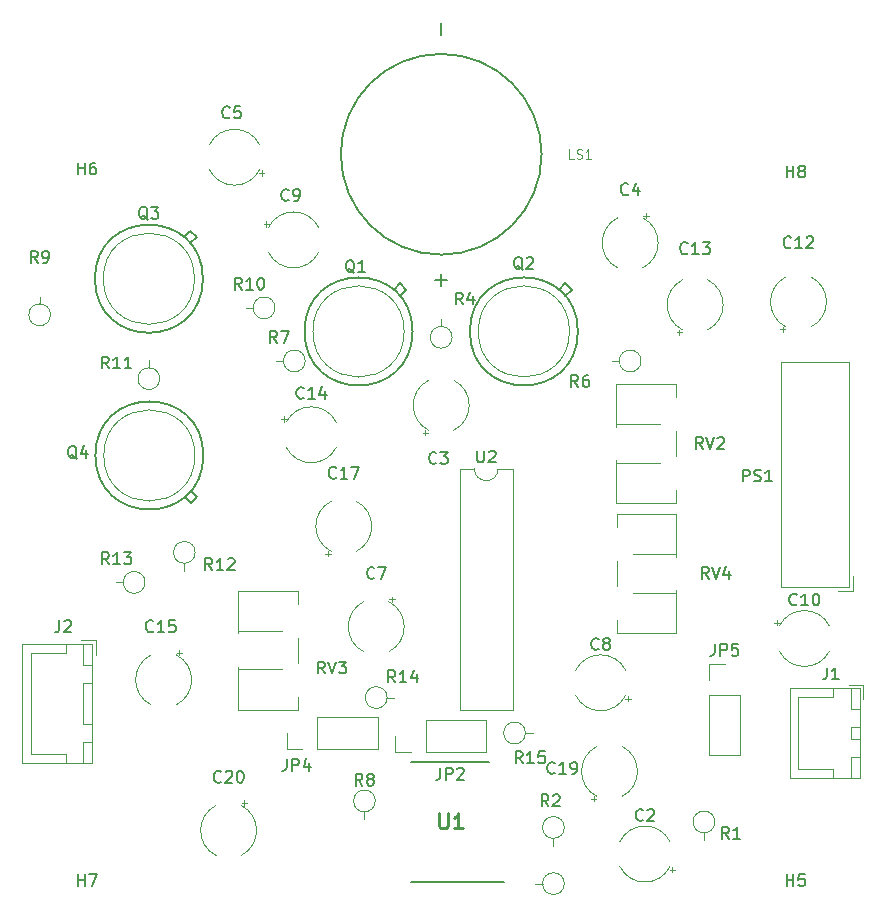
<source format=gbr>
%TF.GenerationSoftware,KiCad,Pcbnew,9.0.0*%
%TF.CreationDate,2025-05-14T11:21:04+02:00*%
%TF.ProjectId,Alarme,416c6172-6d65-42e6-9b69-6361645f7063,V0*%
%TF.SameCoordinates,Original*%
%TF.FileFunction,Legend,Top*%
%TF.FilePolarity,Positive*%
%FSLAX46Y46*%
G04 Gerber Fmt 4.6, Leading zero omitted, Abs format (unit mm)*
G04 Created by KiCad (PCBNEW 9.0.0) date 2025-05-14 11:21:04*
%MOMM*%
%LPD*%
G01*
G04 APERTURE LIST*
%ADD10C,0.150000*%
%ADD11C,0.125000*%
%ADD12C,0.254000*%
%ADD13C,0.120000*%
%ADD14C,0.152400*%
%ADD15C,0.050800*%
%ADD16C,0.127000*%
%ADD17C,0.200000*%
G04 APERTURE END LIST*
D10*
X173166666Y-114454819D02*
X173166666Y-115169104D01*
X173166666Y-115169104D02*
X173119047Y-115311961D01*
X173119047Y-115311961D02*
X173023809Y-115407200D01*
X173023809Y-115407200D02*
X172880952Y-115454819D01*
X172880952Y-115454819D02*
X172785714Y-115454819D01*
X173642857Y-115454819D02*
X173642857Y-114454819D01*
X173642857Y-114454819D02*
X174023809Y-114454819D01*
X174023809Y-114454819D02*
X174119047Y-114502438D01*
X174119047Y-114502438D02*
X174166666Y-114550057D01*
X174166666Y-114550057D02*
X174214285Y-114645295D01*
X174214285Y-114645295D02*
X174214285Y-114788152D01*
X174214285Y-114788152D02*
X174166666Y-114883390D01*
X174166666Y-114883390D02*
X174119047Y-114931009D01*
X174119047Y-114931009D02*
X174023809Y-114978628D01*
X174023809Y-114978628D02*
X173642857Y-114978628D01*
X175119047Y-114454819D02*
X174642857Y-114454819D01*
X174642857Y-114454819D02*
X174595238Y-114931009D01*
X174595238Y-114931009D02*
X174642857Y-114883390D01*
X174642857Y-114883390D02*
X174738095Y-114835771D01*
X174738095Y-114835771D02*
X174976190Y-114835771D01*
X174976190Y-114835771D02*
X175071428Y-114883390D01*
X175071428Y-114883390D02*
X175119047Y-114931009D01*
X175119047Y-114931009D02*
X175166666Y-115026247D01*
X175166666Y-115026247D02*
X175166666Y-115264342D01*
X175166666Y-115264342D02*
X175119047Y-115359580D01*
X175119047Y-115359580D02*
X175071428Y-115407200D01*
X175071428Y-115407200D02*
X174976190Y-115454819D01*
X174976190Y-115454819D02*
X174738095Y-115454819D01*
X174738095Y-115454819D02*
X174642857Y-115407200D01*
X174642857Y-115407200D02*
X174595238Y-115359580D01*
X163333333Y-114859580D02*
X163285714Y-114907200D01*
X163285714Y-114907200D02*
X163142857Y-114954819D01*
X163142857Y-114954819D02*
X163047619Y-114954819D01*
X163047619Y-114954819D02*
X162904762Y-114907200D01*
X162904762Y-114907200D02*
X162809524Y-114811961D01*
X162809524Y-114811961D02*
X162761905Y-114716723D01*
X162761905Y-114716723D02*
X162714286Y-114526247D01*
X162714286Y-114526247D02*
X162714286Y-114383390D01*
X162714286Y-114383390D02*
X162761905Y-114192914D01*
X162761905Y-114192914D02*
X162809524Y-114097676D01*
X162809524Y-114097676D02*
X162904762Y-114002438D01*
X162904762Y-114002438D02*
X163047619Y-113954819D01*
X163047619Y-113954819D02*
X163142857Y-113954819D01*
X163142857Y-113954819D02*
X163285714Y-114002438D01*
X163285714Y-114002438D02*
X163333333Y-114050057D01*
X163904762Y-114383390D02*
X163809524Y-114335771D01*
X163809524Y-114335771D02*
X163761905Y-114288152D01*
X163761905Y-114288152D02*
X163714286Y-114192914D01*
X163714286Y-114192914D02*
X163714286Y-114145295D01*
X163714286Y-114145295D02*
X163761905Y-114050057D01*
X163761905Y-114050057D02*
X163809524Y-114002438D01*
X163809524Y-114002438D02*
X163904762Y-113954819D01*
X163904762Y-113954819D02*
X164095238Y-113954819D01*
X164095238Y-113954819D02*
X164190476Y-114002438D01*
X164190476Y-114002438D02*
X164238095Y-114050057D01*
X164238095Y-114050057D02*
X164285714Y-114145295D01*
X164285714Y-114145295D02*
X164285714Y-114192914D01*
X164285714Y-114192914D02*
X164238095Y-114288152D01*
X164238095Y-114288152D02*
X164190476Y-114335771D01*
X164190476Y-114335771D02*
X164095238Y-114383390D01*
X164095238Y-114383390D02*
X163904762Y-114383390D01*
X163904762Y-114383390D02*
X163809524Y-114431009D01*
X163809524Y-114431009D02*
X163761905Y-114478628D01*
X163761905Y-114478628D02*
X163714286Y-114573866D01*
X163714286Y-114573866D02*
X163714286Y-114764342D01*
X163714286Y-114764342D02*
X163761905Y-114859580D01*
X163761905Y-114859580D02*
X163809524Y-114907200D01*
X163809524Y-114907200D02*
X163904762Y-114954819D01*
X163904762Y-114954819D02*
X164095238Y-114954819D01*
X164095238Y-114954819D02*
X164190476Y-114907200D01*
X164190476Y-114907200D02*
X164238095Y-114859580D01*
X164238095Y-114859580D02*
X164285714Y-114764342D01*
X164285714Y-114764342D02*
X164285714Y-114573866D01*
X164285714Y-114573866D02*
X164238095Y-114478628D01*
X164238095Y-114478628D02*
X164190476Y-114431009D01*
X164190476Y-114431009D02*
X164095238Y-114383390D01*
X140154761Y-116954819D02*
X139821428Y-116478628D01*
X139583333Y-116954819D02*
X139583333Y-115954819D01*
X139583333Y-115954819D02*
X139964285Y-115954819D01*
X139964285Y-115954819D02*
X140059523Y-116002438D01*
X140059523Y-116002438D02*
X140107142Y-116050057D01*
X140107142Y-116050057D02*
X140154761Y-116145295D01*
X140154761Y-116145295D02*
X140154761Y-116288152D01*
X140154761Y-116288152D02*
X140107142Y-116383390D01*
X140107142Y-116383390D02*
X140059523Y-116431009D01*
X140059523Y-116431009D02*
X139964285Y-116478628D01*
X139964285Y-116478628D02*
X139583333Y-116478628D01*
X140440476Y-115954819D02*
X140773809Y-116954819D01*
X140773809Y-116954819D02*
X141107142Y-115954819D01*
X141345238Y-115954819D02*
X141964285Y-115954819D01*
X141964285Y-115954819D02*
X141630952Y-116335771D01*
X141630952Y-116335771D02*
X141773809Y-116335771D01*
X141773809Y-116335771D02*
X141869047Y-116383390D01*
X141869047Y-116383390D02*
X141916666Y-116431009D01*
X141916666Y-116431009D02*
X141964285Y-116526247D01*
X141964285Y-116526247D02*
X141964285Y-116764342D01*
X141964285Y-116764342D02*
X141916666Y-116859580D01*
X141916666Y-116859580D02*
X141869047Y-116907200D01*
X141869047Y-116907200D02*
X141773809Y-116954819D01*
X141773809Y-116954819D02*
X141488095Y-116954819D01*
X141488095Y-116954819D02*
X141392857Y-116907200D01*
X141392857Y-116907200D02*
X141345238Y-116859580D01*
X149916666Y-124954819D02*
X149916666Y-125669104D01*
X149916666Y-125669104D02*
X149869047Y-125811961D01*
X149869047Y-125811961D02*
X149773809Y-125907200D01*
X149773809Y-125907200D02*
X149630952Y-125954819D01*
X149630952Y-125954819D02*
X149535714Y-125954819D01*
X150392857Y-125954819D02*
X150392857Y-124954819D01*
X150392857Y-124954819D02*
X150773809Y-124954819D01*
X150773809Y-124954819D02*
X150869047Y-125002438D01*
X150869047Y-125002438D02*
X150916666Y-125050057D01*
X150916666Y-125050057D02*
X150964285Y-125145295D01*
X150964285Y-125145295D02*
X150964285Y-125288152D01*
X150964285Y-125288152D02*
X150916666Y-125383390D01*
X150916666Y-125383390D02*
X150869047Y-125431009D01*
X150869047Y-125431009D02*
X150773809Y-125478628D01*
X150773809Y-125478628D02*
X150392857Y-125478628D01*
X151345238Y-125050057D02*
X151392857Y-125002438D01*
X151392857Y-125002438D02*
X151488095Y-124954819D01*
X151488095Y-124954819D02*
X151726190Y-124954819D01*
X151726190Y-124954819D02*
X151821428Y-125002438D01*
X151821428Y-125002438D02*
X151869047Y-125050057D01*
X151869047Y-125050057D02*
X151916666Y-125145295D01*
X151916666Y-125145295D02*
X151916666Y-125240533D01*
X151916666Y-125240533D02*
X151869047Y-125383390D01*
X151869047Y-125383390D02*
X151297619Y-125954819D01*
X151297619Y-125954819D02*
X151916666Y-125954819D01*
X159607142Y-125359580D02*
X159559523Y-125407200D01*
X159559523Y-125407200D02*
X159416666Y-125454819D01*
X159416666Y-125454819D02*
X159321428Y-125454819D01*
X159321428Y-125454819D02*
X159178571Y-125407200D01*
X159178571Y-125407200D02*
X159083333Y-125311961D01*
X159083333Y-125311961D02*
X159035714Y-125216723D01*
X159035714Y-125216723D02*
X158988095Y-125026247D01*
X158988095Y-125026247D02*
X158988095Y-124883390D01*
X158988095Y-124883390D02*
X159035714Y-124692914D01*
X159035714Y-124692914D02*
X159083333Y-124597676D01*
X159083333Y-124597676D02*
X159178571Y-124502438D01*
X159178571Y-124502438D02*
X159321428Y-124454819D01*
X159321428Y-124454819D02*
X159416666Y-124454819D01*
X159416666Y-124454819D02*
X159559523Y-124502438D01*
X159559523Y-124502438D02*
X159607142Y-124550057D01*
X160559523Y-125454819D02*
X159988095Y-125454819D01*
X160273809Y-125454819D02*
X160273809Y-124454819D01*
X160273809Y-124454819D02*
X160178571Y-124597676D01*
X160178571Y-124597676D02*
X160083333Y-124692914D01*
X160083333Y-124692914D02*
X159988095Y-124740533D01*
X161035714Y-125454819D02*
X161226190Y-125454819D01*
X161226190Y-125454819D02*
X161321428Y-125407200D01*
X161321428Y-125407200D02*
X161369047Y-125359580D01*
X161369047Y-125359580D02*
X161464285Y-125216723D01*
X161464285Y-125216723D02*
X161511904Y-125026247D01*
X161511904Y-125026247D02*
X161511904Y-124645295D01*
X161511904Y-124645295D02*
X161464285Y-124550057D01*
X161464285Y-124550057D02*
X161416666Y-124502438D01*
X161416666Y-124502438D02*
X161321428Y-124454819D01*
X161321428Y-124454819D02*
X161130952Y-124454819D01*
X161130952Y-124454819D02*
X161035714Y-124502438D01*
X161035714Y-124502438D02*
X160988095Y-124550057D01*
X160988095Y-124550057D02*
X160940476Y-124645295D01*
X160940476Y-124645295D02*
X160940476Y-124883390D01*
X160940476Y-124883390D02*
X160988095Y-124978628D01*
X160988095Y-124978628D02*
X161035714Y-125026247D01*
X161035714Y-125026247D02*
X161130952Y-125073866D01*
X161130952Y-125073866D02*
X161321428Y-125073866D01*
X161321428Y-125073866D02*
X161416666Y-125026247D01*
X161416666Y-125026247D02*
X161464285Y-124978628D01*
X161464285Y-124978628D02*
X161511904Y-124883390D01*
X137083333Y-76859580D02*
X137035714Y-76907200D01*
X137035714Y-76907200D02*
X136892857Y-76954819D01*
X136892857Y-76954819D02*
X136797619Y-76954819D01*
X136797619Y-76954819D02*
X136654762Y-76907200D01*
X136654762Y-76907200D02*
X136559524Y-76811961D01*
X136559524Y-76811961D02*
X136511905Y-76716723D01*
X136511905Y-76716723D02*
X136464286Y-76526247D01*
X136464286Y-76526247D02*
X136464286Y-76383390D01*
X136464286Y-76383390D02*
X136511905Y-76192914D01*
X136511905Y-76192914D02*
X136559524Y-76097676D01*
X136559524Y-76097676D02*
X136654762Y-76002438D01*
X136654762Y-76002438D02*
X136797619Y-75954819D01*
X136797619Y-75954819D02*
X136892857Y-75954819D01*
X136892857Y-75954819D02*
X137035714Y-76002438D01*
X137035714Y-76002438D02*
X137083333Y-76050057D01*
X137559524Y-76954819D02*
X137750000Y-76954819D01*
X137750000Y-76954819D02*
X137845238Y-76907200D01*
X137845238Y-76907200D02*
X137892857Y-76859580D01*
X137892857Y-76859580D02*
X137988095Y-76716723D01*
X137988095Y-76716723D02*
X138035714Y-76526247D01*
X138035714Y-76526247D02*
X138035714Y-76145295D01*
X138035714Y-76145295D02*
X137988095Y-76050057D01*
X137988095Y-76050057D02*
X137940476Y-76002438D01*
X137940476Y-76002438D02*
X137845238Y-75954819D01*
X137845238Y-75954819D02*
X137654762Y-75954819D01*
X137654762Y-75954819D02*
X137559524Y-76002438D01*
X137559524Y-76002438D02*
X137511905Y-76050057D01*
X137511905Y-76050057D02*
X137464286Y-76145295D01*
X137464286Y-76145295D02*
X137464286Y-76383390D01*
X137464286Y-76383390D02*
X137511905Y-76478628D01*
X137511905Y-76478628D02*
X137559524Y-76526247D01*
X137559524Y-76526247D02*
X137654762Y-76573866D01*
X137654762Y-76573866D02*
X137845238Y-76573866D01*
X137845238Y-76573866D02*
X137940476Y-76526247D01*
X137940476Y-76526247D02*
X137988095Y-76478628D01*
X137988095Y-76478628D02*
X138035714Y-76383390D01*
X132083333Y-69859580D02*
X132035714Y-69907200D01*
X132035714Y-69907200D02*
X131892857Y-69954819D01*
X131892857Y-69954819D02*
X131797619Y-69954819D01*
X131797619Y-69954819D02*
X131654762Y-69907200D01*
X131654762Y-69907200D02*
X131559524Y-69811961D01*
X131559524Y-69811961D02*
X131511905Y-69716723D01*
X131511905Y-69716723D02*
X131464286Y-69526247D01*
X131464286Y-69526247D02*
X131464286Y-69383390D01*
X131464286Y-69383390D02*
X131511905Y-69192914D01*
X131511905Y-69192914D02*
X131559524Y-69097676D01*
X131559524Y-69097676D02*
X131654762Y-69002438D01*
X131654762Y-69002438D02*
X131797619Y-68954819D01*
X131797619Y-68954819D02*
X131892857Y-68954819D01*
X131892857Y-68954819D02*
X132035714Y-69002438D01*
X132035714Y-69002438D02*
X132083333Y-69050057D01*
X132988095Y-68954819D02*
X132511905Y-68954819D01*
X132511905Y-68954819D02*
X132464286Y-69431009D01*
X132464286Y-69431009D02*
X132511905Y-69383390D01*
X132511905Y-69383390D02*
X132607143Y-69335771D01*
X132607143Y-69335771D02*
X132845238Y-69335771D01*
X132845238Y-69335771D02*
X132940476Y-69383390D01*
X132940476Y-69383390D02*
X132988095Y-69431009D01*
X132988095Y-69431009D02*
X133035714Y-69526247D01*
X133035714Y-69526247D02*
X133035714Y-69764342D01*
X133035714Y-69764342D02*
X132988095Y-69859580D01*
X132988095Y-69859580D02*
X132940476Y-69907200D01*
X132940476Y-69907200D02*
X132845238Y-69954819D01*
X132845238Y-69954819D02*
X132607143Y-69954819D01*
X132607143Y-69954819D02*
X132511905Y-69907200D01*
X132511905Y-69907200D02*
X132464286Y-69859580D01*
X143333333Y-126454819D02*
X143000000Y-125978628D01*
X142761905Y-126454819D02*
X142761905Y-125454819D01*
X142761905Y-125454819D02*
X143142857Y-125454819D01*
X143142857Y-125454819D02*
X143238095Y-125502438D01*
X143238095Y-125502438D02*
X143285714Y-125550057D01*
X143285714Y-125550057D02*
X143333333Y-125645295D01*
X143333333Y-125645295D02*
X143333333Y-125788152D01*
X143333333Y-125788152D02*
X143285714Y-125883390D01*
X143285714Y-125883390D02*
X143238095Y-125931009D01*
X143238095Y-125931009D02*
X143142857Y-125978628D01*
X143142857Y-125978628D02*
X142761905Y-125978628D01*
X143904762Y-125883390D02*
X143809524Y-125835771D01*
X143809524Y-125835771D02*
X143761905Y-125788152D01*
X143761905Y-125788152D02*
X143714286Y-125692914D01*
X143714286Y-125692914D02*
X143714286Y-125645295D01*
X143714286Y-125645295D02*
X143761905Y-125550057D01*
X143761905Y-125550057D02*
X143809524Y-125502438D01*
X143809524Y-125502438D02*
X143904762Y-125454819D01*
X143904762Y-125454819D02*
X144095238Y-125454819D01*
X144095238Y-125454819D02*
X144190476Y-125502438D01*
X144190476Y-125502438D02*
X144238095Y-125550057D01*
X144238095Y-125550057D02*
X144285714Y-125645295D01*
X144285714Y-125645295D02*
X144285714Y-125692914D01*
X144285714Y-125692914D02*
X144238095Y-125788152D01*
X144238095Y-125788152D02*
X144190476Y-125835771D01*
X144190476Y-125835771D02*
X144095238Y-125883390D01*
X144095238Y-125883390D02*
X143904762Y-125883390D01*
X143904762Y-125883390D02*
X143809524Y-125931009D01*
X143809524Y-125931009D02*
X143761905Y-125978628D01*
X143761905Y-125978628D02*
X143714286Y-126073866D01*
X143714286Y-126073866D02*
X143714286Y-126264342D01*
X143714286Y-126264342D02*
X143761905Y-126359580D01*
X143761905Y-126359580D02*
X143809524Y-126407200D01*
X143809524Y-126407200D02*
X143904762Y-126454819D01*
X143904762Y-126454819D02*
X144095238Y-126454819D01*
X144095238Y-126454819D02*
X144190476Y-126407200D01*
X144190476Y-126407200D02*
X144238095Y-126359580D01*
X144238095Y-126359580D02*
X144285714Y-126264342D01*
X144285714Y-126264342D02*
X144285714Y-126073866D01*
X144285714Y-126073866D02*
X144238095Y-125978628D01*
X144238095Y-125978628D02*
X144190476Y-125931009D01*
X144190476Y-125931009D02*
X144095238Y-125883390D01*
X156892115Y-124555819D02*
X156558782Y-124079628D01*
X156320687Y-124555819D02*
X156320687Y-123555819D01*
X156320687Y-123555819D02*
X156701639Y-123555819D01*
X156701639Y-123555819D02*
X156796877Y-123603438D01*
X156796877Y-123603438D02*
X156844496Y-123651057D01*
X156844496Y-123651057D02*
X156892115Y-123746295D01*
X156892115Y-123746295D02*
X156892115Y-123889152D01*
X156892115Y-123889152D02*
X156844496Y-123984390D01*
X156844496Y-123984390D02*
X156796877Y-124032009D01*
X156796877Y-124032009D02*
X156701639Y-124079628D01*
X156701639Y-124079628D02*
X156320687Y-124079628D01*
X157844496Y-124555819D02*
X157273068Y-124555819D01*
X157558782Y-124555819D02*
X157558782Y-123555819D01*
X157558782Y-123555819D02*
X157463544Y-123698676D01*
X157463544Y-123698676D02*
X157368306Y-123793914D01*
X157368306Y-123793914D02*
X157273068Y-123841533D01*
X158749258Y-123555819D02*
X158273068Y-123555819D01*
X158273068Y-123555819D02*
X158225449Y-124032009D01*
X158225449Y-124032009D02*
X158273068Y-123984390D01*
X158273068Y-123984390D02*
X158368306Y-123936771D01*
X158368306Y-123936771D02*
X158606401Y-123936771D01*
X158606401Y-123936771D02*
X158701639Y-123984390D01*
X158701639Y-123984390D02*
X158749258Y-124032009D01*
X158749258Y-124032009D02*
X158796877Y-124127247D01*
X158796877Y-124127247D02*
X158796877Y-124365342D01*
X158796877Y-124365342D02*
X158749258Y-124460580D01*
X158749258Y-124460580D02*
X158701639Y-124508200D01*
X158701639Y-124508200D02*
X158606401Y-124555819D01*
X158606401Y-124555819D02*
X158368306Y-124555819D01*
X158368306Y-124555819D02*
X158273068Y-124508200D01*
X158273068Y-124508200D02*
X158225449Y-124460580D01*
X174363333Y-130954819D02*
X174030000Y-130478628D01*
X173791905Y-130954819D02*
X173791905Y-129954819D01*
X173791905Y-129954819D02*
X174172857Y-129954819D01*
X174172857Y-129954819D02*
X174268095Y-130002438D01*
X174268095Y-130002438D02*
X174315714Y-130050057D01*
X174315714Y-130050057D02*
X174363333Y-130145295D01*
X174363333Y-130145295D02*
X174363333Y-130288152D01*
X174363333Y-130288152D02*
X174315714Y-130383390D01*
X174315714Y-130383390D02*
X174268095Y-130431009D01*
X174268095Y-130431009D02*
X174172857Y-130478628D01*
X174172857Y-130478628D02*
X173791905Y-130478628D01*
X175315714Y-130954819D02*
X174744286Y-130954819D01*
X175030000Y-130954819D02*
X175030000Y-129954819D01*
X175030000Y-129954819D02*
X174934762Y-130097676D01*
X174934762Y-130097676D02*
X174839524Y-130192914D01*
X174839524Y-130192914D02*
X174744286Y-130240533D01*
X149583333Y-99109580D02*
X149535714Y-99157200D01*
X149535714Y-99157200D02*
X149392857Y-99204819D01*
X149392857Y-99204819D02*
X149297619Y-99204819D01*
X149297619Y-99204819D02*
X149154762Y-99157200D01*
X149154762Y-99157200D02*
X149059524Y-99061961D01*
X149059524Y-99061961D02*
X149011905Y-98966723D01*
X149011905Y-98966723D02*
X148964286Y-98776247D01*
X148964286Y-98776247D02*
X148964286Y-98633390D01*
X148964286Y-98633390D02*
X149011905Y-98442914D01*
X149011905Y-98442914D02*
X149059524Y-98347676D01*
X149059524Y-98347676D02*
X149154762Y-98252438D01*
X149154762Y-98252438D02*
X149297619Y-98204819D01*
X149297619Y-98204819D02*
X149392857Y-98204819D01*
X149392857Y-98204819D02*
X149535714Y-98252438D01*
X149535714Y-98252438D02*
X149583333Y-98300057D01*
X149916667Y-98204819D02*
X150535714Y-98204819D01*
X150535714Y-98204819D02*
X150202381Y-98585771D01*
X150202381Y-98585771D02*
X150345238Y-98585771D01*
X150345238Y-98585771D02*
X150440476Y-98633390D01*
X150440476Y-98633390D02*
X150488095Y-98681009D01*
X150488095Y-98681009D02*
X150535714Y-98776247D01*
X150535714Y-98776247D02*
X150535714Y-99014342D01*
X150535714Y-99014342D02*
X150488095Y-99109580D01*
X150488095Y-99109580D02*
X150440476Y-99157200D01*
X150440476Y-99157200D02*
X150345238Y-99204819D01*
X150345238Y-99204819D02*
X150059524Y-99204819D01*
X150059524Y-99204819D02*
X149964286Y-99157200D01*
X149964286Y-99157200D02*
X149916667Y-99109580D01*
X179607142Y-80859580D02*
X179559523Y-80907200D01*
X179559523Y-80907200D02*
X179416666Y-80954819D01*
X179416666Y-80954819D02*
X179321428Y-80954819D01*
X179321428Y-80954819D02*
X179178571Y-80907200D01*
X179178571Y-80907200D02*
X179083333Y-80811961D01*
X179083333Y-80811961D02*
X179035714Y-80716723D01*
X179035714Y-80716723D02*
X178988095Y-80526247D01*
X178988095Y-80526247D02*
X178988095Y-80383390D01*
X178988095Y-80383390D02*
X179035714Y-80192914D01*
X179035714Y-80192914D02*
X179083333Y-80097676D01*
X179083333Y-80097676D02*
X179178571Y-80002438D01*
X179178571Y-80002438D02*
X179321428Y-79954819D01*
X179321428Y-79954819D02*
X179416666Y-79954819D01*
X179416666Y-79954819D02*
X179559523Y-80002438D01*
X179559523Y-80002438D02*
X179607142Y-80050057D01*
X180559523Y-80954819D02*
X179988095Y-80954819D01*
X180273809Y-80954819D02*
X180273809Y-79954819D01*
X180273809Y-79954819D02*
X180178571Y-80097676D01*
X180178571Y-80097676D02*
X180083333Y-80192914D01*
X180083333Y-80192914D02*
X179988095Y-80240533D01*
X180940476Y-80050057D02*
X180988095Y-80002438D01*
X180988095Y-80002438D02*
X181083333Y-79954819D01*
X181083333Y-79954819D02*
X181321428Y-79954819D01*
X181321428Y-79954819D02*
X181416666Y-80002438D01*
X181416666Y-80002438D02*
X181464285Y-80050057D01*
X181464285Y-80050057D02*
X181511904Y-80145295D01*
X181511904Y-80145295D02*
X181511904Y-80240533D01*
X181511904Y-80240533D02*
X181464285Y-80383390D01*
X181464285Y-80383390D02*
X180892857Y-80954819D01*
X180892857Y-80954819D02*
X181511904Y-80954819D01*
X182666666Y-116454819D02*
X182666666Y-117169104D01*
X182666666Y-117169104D02*
X182619047Y-117311961D01*
X182619047Y-117311961D02*
X182523809Y-117407200D01*
X182523809Y-117407200D02*
X182380952Y-117454819D01*
X182380952Y-117454819D02*
X182285714Y-117454819D01*
X183666666Y-117454819D02*
X183095238Y-117454819D01*
X183380952Y-117454819D02*
X183380952Y-116454819D01*
X183380952Y-116454819D02*
X183285714Y-116597676D01*
X183285714Y-116597676D02*
X183190476Y-116692914D01*
X183190476Y-116692914D02*
X183095238Y-116740533D01*
X138357142Y-93609580D02*
X138309523Y-93657200D01*
X138309523Y-93657200D02*
X138166666Y-93704819D01*
X138166666Y-93704819D02*
X138071428Y-93704819D01*
X138071428Y-93704819D02*
X137928571Y-93657200D01*
X137928571Y-93657200D02*
X137833333Y-93561961D01*
X137833333Y-93561961D02*
X137785714Y-93466723D01*
X137785714Y-93466723D02*
X137738095Y-93276247D01*
X137738095Y-93276247D02*
X137738095Y-93133390D01*
X137738095Y-93133390D02*
X137785714Y-92942914D01*
X137785714Y-92942914D02*
X137833333Y-92847676D01*
X137833333Y-92847676D02*
X137928571Y-92752438D01*
X137928571Y-92752438D02*
X138071428Y-92704819D01*
X138071428Y-92704819D02*
X138166666Y-92704819D01*
X138166666Y-92704819D02*
X138309523Y-92752438D01*
X138309523Y-92752438D02*
X138357142Y-92800057D01*
X139309523Y-93704819D02*
X138738095Y-93704819D01*
X139023809Y-93704819D02*
X139023809Y-92704819D01*
X139023809Y-92704819D02*
X138928571Y-92847676D01*
X138928571Y-92847676D02*
X138833333Y-92942914D01*
X138833333Y-92942914D02*
X138738095Y-92990533D01*
X140166666Y-93038152D02*
X140166666Y-93704819D01*
X139928571Y-92657200D02*
X139690476Y-93371485D01*
X139690476Y-93371485D02*
X140309523Y-93371485D01*
X121857142Y-91124819D02*
X121523809Y-90648628D01*
X121285714Y-91124819D02*
X121285714Y-90124819D01*
X121285714Y-90124819D02*
X121666666Y-90124819D01*
X121666666Y-90124819D02*
X121761904Y-90172438D01*
X121761904Y-90172438D02*
X121809523Y-90220057D01*
X121809523Y-90220057D02*
X121857142Y-90315295D01*
X121857142Y-90315295D02*
X121857142Y-90458152D01*
X121857142Y-90458152D02*
X121809523Y-90553390D01*
X121809523Y-90553390D02*
X121761904Y-90601009D01*
X121761904Y-90601009D02*
X121666666Y-90648628D01*
X121666666Y-90648628D02*
X121285714Y-90648628D01*
X122809523Y-91124819D02*
X122238095Y-91124819D01*
X122523809Y-91124819D02*
X122523809Y-90124819D01*
X122523809Y-90124819D02*
X122428571Y-90267676D01*
X122428571Y-90267676D02*
X122333333Y-90362914D01*
X122333333Y-90362914D02*
X122238095Y-90410533D01*
X123761904Y-91124819D02*
X123190476Y-91124819D01*
X123476190Y-91124819D02*
X123476190Y-90124819D01*
X123476190Y-90124819D02*
X123380952Y-90267676D01*
X123380952Y-90267676D02*
X123285714Y-90362914D01*
X123285714Y-90362914D02*
X123190476Y-90410533D01*
X170857142Y-81359580D02*
X170809523Y-81407200D01*
X170809523Y-81407200D02*
X170666666Y-81454819D01*
X170666666Y-81454819D02*
X170571428Y-81454819D01*
X170571428Y-81454819D02*
X170428571Y-81407200D01*
X170428571Y-81407200D02*
X170333333Y-81311961D01*
X170333333Y-81311961D02*
X170285714Y-81216723D01*
X170285714Y-81216723D02*
X170238095Y-81026247D01*
X170238095Y-81026247D02*
X170238095Y-80883390D01*
X170238095Y-80883390D02*
X170285714Y-80692914D01*
X170285714Y-80692914D02*
X170333333Y-80597676D01*
X170333333Y-80597676D02*
X170428571Y-80502438D01*
X170428571Y-80502438D02*
X170571428Y-80454819D01*
X170571428Y-80454819D02*
X170666666Y-80454819D01*
X170666666Y-80454819D02*
X170809523Y-80502438D01*
X170809523Y-80502438D02*
X170857142Y-80550057D01*
X171809523Y-81454819D02*
X171238095Y-81454819D01*
X171523809Y-81454819D02*
X171523809Y-80454819D01*
X171523809Y-80454819D02*
X171428571Y-80597676D01*
X171428571Y-80597676D02*
X171333333Y-80692914D01*
X171333333Y-80692914D02*
X171238095Y-80740533D01*
X172142857Y-80454819D02*
X172761904Y-80454819D01*
X172761904Y-80454819D02*
X172428571Y-80835771D01*
X172428571Y-80835771D02*
X172571428Y-80835771D01*
X172571428Y-80835771D02*
X172666666Y-80883390D01*
X172666666Y-80883390D02*
X172714285Y-80931009D01*
X172714285Y-80931009D02*
X172761904Y-81026247D01*
X172761904Y-81026247D02*
X172761904Y-81264342D01*
X172761904Y-81264342D02*
X172714285Y-81359580D01*
X172714285Y-81359580D02*
X172666666Y-81407200D01*
X172666666Y-81407200D02*
X172571428Y-81454819D01*
X172571428Y-81454819D02*
X172285714Y-81454819D01*
X172285714Y-81454819D02*
X172190476Y-81407200D01*
X172190476Y-81407200D02*
X172142857Y-81359580D01*
X125607142Y-113359580D02*
X125559523Y-113407200D01*
X125559523Y-113407200D02*
X125416666Y-113454819D01*
X125416666Y-113454819D02*
X125321428Y-113454819D01*
X125321428Y-113454819D02*
X125178571Y-113407200D01*
X125178571Y-113407200D02*
X125083333Y-113311961D01*
X125083333Y-113311961D02*
X125035714Y-113216723D01*
X125035714Y-113216723D02*
X124988095Y-113026247D01*
X124988095Y-113026247D02*
X124988095Y-112883390D01*
X124988095Y-112883390D02*
X125035714Y-112692914D01*
X125035714Y-112692914D02*
X125083333Y-112597676D01*
X125083333Y-112597676D02*
X125178571Y-112502438D01*
X125178571Y-112502438D02*
X125321428Y-112454819D01*
X125321428Y-112454819D02*
X125416666Y-112454819D01*
X125416666Y-112454819D02*
X125559523Y-112502438D01*
X125559523Y-112502438D02*
X125607142Y-112550057D01*
X126559523Y-113454819D02*
X125988095Y-113454819D01*
X126273809Y-113454819D02*
X126273809Y-112454819D01*
X126273809Y-112454819D02*
X126178571Y-112597676D01*
X126178571Y-112597676D02*
X126083333Y-112692914D01*
X126083333Y-112692914D02*
X125988095Y-112740533D01*
X127464285Y-112454819D02*
X126988095Y-112454819D01*
X126988095Y-112454819D02*
X126940476Y-112931009D01*
X126940476Y-112931009D02*
X126988095Y-112883390D01*
X126988095Y-112883390D02*
X127083333Y-112835771D01*
X127083333Y-112835771D02*
X127321428Y-112835771D01*
X127321428Y-112835771D02*
X127416666Y-112883390D01*
X127416666Y-112883390D02*
X127464285Y-112931009D01*
X127464285Y-112931009D02*
X127511904Y-113026247D01*
X127511904Y-113026247D02*
X127511904Y-113264342D01*
X127511904Y-113264342D02*
X127464285Y-113359580D01*
X127464285Y-113359580D02*
X127416666Y-113407200D01*
X127416666Y-113407200D02*
X127321428Y-113454819D01*
X127321428Y-113454819D02*
X127083333Y-113454819D01*
X127083333Y-113454819D02*
X126988095Y-113407200D01*
X126988095Y-113407200D02*
X126940476Y-113359580D01*
X121857142Y-107704819D02*
X121523809Y-107228628D01*
X121285714Y-107704819D02*
X121285714Y-106704819D01*
X121285714Y-106704819D02*
X121666666Y-106704819D01*
X121666666Y-106704819D02*
X121761904Y-106752438D01*
X121761904Y-106752438D02*
X121809523Y-106800057D01*
X121809523Y-106800057D02*
X121857142Y-106895295D01*
X121857142Y-106895295D02*
X121857142Y-107038152D01*
X121857142Y-107038152D02*
X121809523Y-107133390D01*
X121809523Y-107133390D02*
X121761904Y-107181009D01*
X121761904Y-107181009D02*
X121666666Y-107228628D01*
X121666666Y-107228628D02*
X121285714Y-107228628D01*
X122809523Y-107704819D02*
X122238095Y-107704819D01*
X122523809Y-107704819D02*
X122523809Y-106704819D01*
X122523809Y-106704819D02*
X122428571Y-106847676D01*
X122428571Y-106847676D02*
X122333333Y-106942914D01*
X122333333Y-106942914D02*
X122238095Y-106990533D01*
X123142857Y-106704819D02*
X123761904Y-106704819D01*
X123761904Y-106704819D02*
X123428571Y-107085771D01*
X123428571Y-107085771D02*
X123571428Y-107085771D01*
X123571428Y-107085771D02*
X123666666Y-107133390D01*
X123666666Y-107133390D02*
X123714285Y-107181009D01*
X123714285Y-107181009D02*
X123761904Y-107276247D01*
X123761904Y-107276247D02*
X123761904Y-107514342D01*
X123761904Y-107514342D02*
X123714285Y-107609580D01*
X123714285Y-107609580D02*
X123666666Y-107657200D01*
X123666666Y-107657200D02*
X123571428Y-107704819D01*
X123571428Y-107704819D02*
X123285714Y-107704819D01*
X123285714Y-107704819D02*
X123190476Y-107657200D01*
X123190476Y-107657200D02*
X123142857Y-107609580D01*
X167083333Y-129359580D02*
X167035714Y-129407200D01*
X167035714Y-129407200D02*
X166892857Y-129454819D01*
X166892857Y-129454819D02*
X166797619Y-129454819D01*
X166797619Y-129454819D02*
X166654762Y-129407200D01*
X166654762Y-129407200D02*
X166559524Y-129311961D01*
X166559524Y-129311961D02*
X166511905Y-129216723D01*
X166511905Y-129216723D02*
X166464286Y-129026247D01*
X166464286Y-129026247D02*
X166464286Y-128883390D01*
X166464286Y-128883390D02*
X166511905Y-128692914D01*
X166511905Y-128692914D02*
X166559524Y-128597676D01*
X166559524Y-128597676D02*
X166654762Y-128502438D01*
X166654762Y-128502438D02*
X166797619Y-128454819D01*
X166797619Y-128454819D02*
X166892857Y-128454819D01*
X166892857Y-128454819D02*
X167035714Y-128502438D01*
X167035714Y-128502438D02*
X167083333Y-128550057D01*
X167464286Y-128550057D02*
X167511905Y-128502438D01*
X167511905Y-128502438D02*
X167607143Y-128454819D01*
X167607143Y-128454819D02*
X167845238Y-128454819D01*
X167845238Y-128454819D02*
X167940476Y-128502438D01*
X167940476Y-128502438D02*
X167988095Y-128550057D01*
X167988095Y-128550057D02*
X168035714Y-128645295D01*
X168035714Y-128645295D02*
X168035714Y-128740533D01*
X168035714Y-128740533D02*
X167988095Y-128883390D01*
X167988095Y-128883390D02*
X167416667Y-129454819D01*
X167416667Y-129454819D02*
X168035714Y-129454819D01*
X180107142Y-111109580D02*
X180059523Y-111157200D01*
X180059523Y-111157200D02*
X179916666Y-111204819D01*
X179916666Y-111204819D02*
X179821428Y-111204819D01*
X179821428Y-111204819D02*
X179678571Y-111157200D01*
X179678571Y-111157200D02*
X179583333Y-111061961D01*
X179583333Y-111061961D02*
X179535714Y-110966723D01*
X179535714Y-110966723D02*
X179488095Y-110776247D01*
X179488095Y-110776247D02*
X179488095Y-110633390D01*
X179488095Y-110633390D02*
X179535714Y-110442914D01*
X179535714Y-110442914D02*
X179583333Y-110347676D01*
X179583333Y-110347676D02*
X179678571Y-110252438D01*
X179678571Y-110252438D02*
X179821428Y-110204819D01*
X179821428Y-110204819D02*
X179916666Y-110204819D01*
X179916666Y-110204819D02*
X180059523Y-110252438D01*
X180059523Y-110252438D02*
X180107142Y-110300057D01*
X181059523Y-111204819D02*
X180488095Y-111204819D01*
X180773809Y-111204819D02*
X180773809Y-110204819D01*
X180773809Y-110204819D02*
X180678571Y-110347676D01*
X180678571Y-110347676D02*
X180583333Y-110442914D01*
X180583333Y-110442914D02*
X180488095Y-110490533D01*
X181678571Y-110204819D02*
X181773809Y-110204819D01*
X181773809Y-110204819D02*
X181869047Y-110252438D01*
X181869047Y-110252438D02*
X181916666Y-110300057D01*
X181916666Y-110300057D02*
X181964285Y-110395295D01*
X181964285Y-110395295D02*
X182011904Y-110585771D01*
X182011904Y-110585771D02*
X182011904Y-110823866D01*
X182011904Y-110823866D02*
X181964285Y-111014342D01*
X181964285Y-111014342D02*
X181916666Y-111109580D01*
X181916666Y-111109580D02*
X181869047Y-111157200D01*
X181869047Y-111157200D02*
X181773809Y-111204819D01*
X181773809Y-111204819D02*
X181678571Y-111204819D01*
X181678571Y-111204819D02*
X181583333Y-111157200D01*
X181583333Y-111157200D02*
X181535714Y-111109580D01*
X181535714Y-111109580D02*
X181488095Y-111014342D01*
X181488095Y-111014342D02*
X181440476Y-110823866D01*
X181440476Y-110823866D02*
X181440476Y-110585771D01*
X181440476Y-110585771D02*
X181488095Y-110395295D01*
X181488095Y-110395295D02*
X181535714Y-110300057D01*
X181535714Y-110300057D02*
X181583333Y-110252438D01*
X181583333Y-110252438D02*
X181678571Y-110204819D01*
X153048095Y-98084819D02*
X153048095Y-98894342D01*
X153048095Y-98894342D02*
X153095714Y-98989580D01*
X153095714Y-98989580D02*
X153143333Y-99037200D01*
X153143333Y-99037200D02*
X153238571Y-99084819D01*
X153238571Y-99084819D02*
X153429047Y-99084819D01*
X153429047Y-99084819D02*
X153524285Y-99037200D01*
X153524285Y-99037200D02*
X153571904Y-98989580D01*
X153571904Y-98989580D02*
X153619523Y-98894342D01*
X153619523Y-98894342D02*
X153619523Y-98084819D01*
X154048095Y-98180057D02*
X154095714Y-98132438D01*
X154095714Y-98132438D02*
X154190952Y-98084819D01*
X154190952Y-98084819D02*
X154429047Y-98084819D01*
X154429047Y-98084819D02*
X154524285Y-98132438D01*
X154524285Y-98132438D02*
X154571904Y-98180057D01*
X154571904Y-98180057D02*
X154619523Y-98275295D01*
X154619523Y-98275295D02*
X154619523Y-98370533D01*
X154619523Y-98370533D02*
X154571904Y-98513390D01*
X154571904Y-98513390D02*
X154000476Y-99084819D01*
X154000476Y-99084819D02*
X154619523Y-99084819D01*
X119154761Y-98800057D02*
X119059523Y-98752438D01*
X119059523Y-98752438D02*
X118964285Y-98657200D01*
X118964285Y-98657200D02*
X118821428Y-98514342D01*
X118821428Y-98514342D02*
X118726190Y-98466723D01*
X118726190Y-98466723D02*
X118630952Y-98466723D01*
X118678571Y-98704819D02*
X118583333Y-98657200D01*
X118583333Y-98657200D02*
X118488095Y-98561961D01*
X118488095Y-98561961D02*
X118440476Y-98371485D01*
X118440476Y-98371485D02*
X118440476Y-98038152D01*
X118440476Y-98038152D02*
X118488095Y-97847676D01*
X118488095Y-97847676D02*
X118583333Y-97752438D01*
X118583333Y-97752438D02*
X118678571Y-97704819D01*
X118678571Y-97704819D02*
X118869047Y-97704819D01*
X118869047Y-97704819D02*
X118964285Y-97752438D01*
X118964285Y-97752438D02*
X119059523Y-97847676D01*
X119059523Y-97847676D02*
X119107142Y-98038152D01*
X119107142Y-98038152D02*
X119107142Y-98371485D01*
X119107142Y-98371485D02*
X119059523Y-98561961D01*
X119059523Y-98561961D02*
X118964285Y-98657200D01*
X118964285Y-98657200D02*
X118869047Y-98704819D01*
X118869047Y-98704819D02*
X118678571Y-98704819D01*
X119964285Y-98038152D02*
X119964285Y-98704819D01*
X119726190Y-97657200D02*
X119488095Y-98371485D01*
X119488095Y-98371485D02*
X120107142Y-98371485D01*
X141107142Y-100359580D02*
X141059523Y-100407200D01*
X141059523Y-100407200D02*
X140916666Y-100454819D01*
X140916666Y-100454819D02*
X140821428Y-100454819D01*
X140821428Y-100454819D02*
X140678571Y-100407200D01*
X140678571Y-100407200D02*
X140583333Y-100311961D01*
X140583333Y-100311961D02*
X140535714Y-100216723D01*
X140535714Y-100216723D02*
X140488095Y-100026247D01*
X140488095Y-100026247D02*
X140488095Y-99883390D01*
X140488095Y-99883390D02*
X140535714Y-99692914D01*
X140535714Y-99692914D02*
X140583333Y-99597676D01*
X140583333Y-99597676D02*
X140678571Y-99502438D01*
X140678571Y-99502438D02*
X140821428Y-99454819D01*
X140821428Y-99454819D02*
X140916666Y-99454819D01*
X140916666Y-99454819D02*
X141059523Y-99502438D01*
X141059523Y-99502438D02*
X141107142Y-99550057D01*
X142059523Y-100454819D02*
X141488095Y-100454819D01*
X141773809Y-100454819D02*
X141773809Y-99454819D01*
X141773809Y-99454819D02*
X141678571Y-99597676D01*
X141678571Y-99597676D02*
X141583333Y-99692914D01*
X141583333Y-99692914D02*
X141488095Y-99740533D01*
X142392857Y-99454819D02*
X143059523Y-99454819D01*
X143059523Y-99454819D02*
X142630952Y-100454819D01*
X179238095Y-134954819D02*
X179238095Y-133954819D01*
X179238095Y-134431009D02*
X179809523Y-134431009D01*
X179809523Y-134954819D02*
X179809523Y-133954819D01*
X180761904Y-133954819D02*
X180285714Y-133954819D01*
X180285714Y-133954819D02*
X180238095Y-134431009D01*
X180238095Y-134431009D02*
X180285714Y-134383390D01*
X180285714Y-134383390D02*
X180380952Y-134335771D01*
X180380952Y-134335771D02*
X180619047Y-134335771D01*
X180619047Y-134335771D02*
X180714285Y-134383390D01*
X180714285Y-134383390D02*
X180761904Y-134431009D01*
X180761904Y-134431009D02*
X180809523Y-134526247D01*
X180809523Y-134526247D02*
X180809523Y-134764342D01*
X180809523Y-134764342D02*
X180761904Y-134859580D01*
X180761904Y-134859580D02*
X180714285Y-134907200D01*
X180714285Y-134907200D02*
X180619047Y-134954819D01*
X180619047Y-134954819D02*
X180380952Y-134954819D01*
X180380952Y-134954819D02*
X180285714Y-134907200D01*
X180285714Y-134907200D02*
X180238095Y-134859580D01*
D11*
X161235714Y-73363595D02*
X160854762Y-73363595D01*
X160854762Y-73363595D02*
X160854762Y-72563595D01*
X161464285Y-73325500D02*
X161578571Y-73363595D01*
X161578571Y-73363595D02*
X161769047Y-73363595D01*
X161769047Y-73363595D02*
X161845238Y-73325500D01*
X161845238Y-73325500D02*
X161883333Y-73287404D01*
X161883333Y-73287404D02*
X161921428Y-73211214D01*
X161921428Y-73211214D02*
X161921428Y-73135023D01*
X161921428Y-73135023D02*
X161883333Y-73058833D01*
X161883333Y-73058833D02*
X161845238Y-73020738D01*
X161845238Y-73020738D02*
X161769047Y-72982642D01*
X161769047Y-72982642D02*
X161616666Y-72944547D01*
X161616666Y-72944547D02*
X161540476Y-72906452D01*
X161540476Y-72906452D02*
X161502381Y-72868357D01*
X161502381Y-72868357D02*
X161464285Y-72792166D01*
X161464285Y-72792166D02*
X161464285Y-72715976D01*
X161464285Y-72715976D02*
X161502381Y-72639785D01*
X161502381Y-72639785D02*
X161540476Y-72601690D01*
X161540476Y-72601690D02*
X161616666Y-72563595D01*
X161616666Y-72563595D02*
X161807143Y-72563595D01*
X161807143Y-72563595D02*
X161921428Y-72601690D01*
X162683333Y-73363595D02*
X162226190Y-73363595D01*
X162454762Y-73363595D02*
X162454762Y-72563595D01*
X162454762Y-72563595D02*
X162378571Y-72677880D01*
X162378571Y-72677880D02*
X162302381Y-72754071D01*
X162302381Y-72754071D02*
X162226190Y-72792166D01*
D10*
X131357142Y-126109580D02*
X131309523Y-126157200D01*
X131309523Y-126157200D02*
X131166666Y-126204819D01*
X131166666Y-126204819D02*
X131071428Y-126204819D01*
X131071428Y-126204819D02*
X130928571Y-126157200D01*
X130928571Y-126157200D02*
X130833333Y-126061961D01*
X130833333Y-126061961D02*
X130785714Y-125966723D01*
X130785714Y-125966723D02*
X130738095Y-125776247D01*
X130738095Y-125776247D02*
X130738095Y-125633390D01*
X130738095Y-125633390D02*
X130785714Y-125442914D01*
X130785714Y-125442914D02*
X130833333Y-125347676D01*
X130833333Y-125347676D02*
X130928571Y-125252438D01*
X130928571Y-125252438D02*
X131071428Y-125204819D01*
X131071428Y-125204819D02*
X131166666Y-125204819D01*
X131166666Y-125204819D02*
X131309523Y-125252438D01*
X131309523Y-125252438D02*
X131357142Y-125300057D01*
X131738095Y-125300057D02*
X131785714Y-125252438D01*
X131785714Y-125252438D02*
X131880952Y-125204819D01*
X131880952Y-125204819D02*
X132119047Y-125204819D01*
X132119047Y-125204819D02*
X132214285Y-125252438D01*
X132214285Y-125252438D02*
X132261904Y-125300057D01*
X132261904Y-125300057D02*
X132309523Y-125395295D01*
X132309523Y-125395295D02*
X132309523Y-125490533D01*
X132309523Y-125490533D02*
X132261904Y-125633390D01*
X132261904Y-125633390D02*
X131690476Y-126204819D01*
X131690476Y-126204819D02*
X132309523Y-126204819D01*
X132928571Y-125204819D02*
X133023809Y-125204819D01*
X133023809Y-125204819D02*
X133119047Y-125252438D01*
X133119047Y-125252438D02*
X133166666Y-125300057D01*
X133166666Y-125300057D02*
X133214285Y-125395295D01*
X133214285Y-125395295D02*
X133261904Y-125585771D01*
X133261904Y-125585771D02*
X133261904Y-125823866D01*
X133261904Y-125823866D02*
X133214285Y-126014342D01*
X133214285Y-126014342D02*
X133166666Y-126109580D01*
X133166666Y-126109580D02*
X133119047Y-126157200D01*
X133119047Y-126157200D02*
X133023809Y-126204819D01*
X133023809Y-126204819D02*
X132928571Y-126204819D01*
X132928571Y-126204819D02*
X132833333Y-126157200D01*
X132833333Y-126157200D02*
X132785714Y-126109580D01*
X132785714Y-126109580D02*
X132738095Y-126014342D01*
X132738095Y-126014342D02*
X132690476Y-125823866D01*
X132690476Y-125823866D02*
X132690476Y-125585771D01*
X132690476Y-125585771D02*
X132738095Y-125395295D01*
X132738095Y-125395295D02*
X132785714Y-125300057D01*
X132785714Y-125300057D02*
X132833333Y-125252438D01*
X132833333Y-125252438D02*
X132928571Y-125204819D01*
X165833333Y-76359580D02*
X165785714Y-76407200D01*
X165785714Y-76407200D02*
X165642857Y-76454819D01*
X165642857Y-76454819D02*
X165547619Y-76454819D01*
X165547619Y-76454819D02*
X165404762Y-76407200D01*
X165404762Y-76407200D02*
X165309524Y-76311961D01*
X165309524Y-76311961D02*
X165261905Y-76216723D01*
X165261905Y-76216723D02*
X165214286Y-76026247D01*
X165214286Y-76026247D02*
X165214286Y-75883390D01*
X165214286Y-75883390D02*
X165261905Y-75692914D01*
X165261905Y-75692914D02*
X165309524Y-75597676D01*
X165309524Y-75597676D02*
X165404762Y-75502438D01*
X165404762Y-75502438D02*
X165547619Y-75454819D01*
X165547619Y-75454819D02*
X165642857Y-75454819D01*
X165642857Y-75454819D02*
X165785714Y-75502438D01*
X165785714Y-75502438D02*
X165833333Y-75550057D01*
X166690476Y-75788152D02*
X166690476Y-76454819D01*
X166452381Y-75407200D02*
X166214286Y-76121485D01*
X166214286Y-76121485D02*
X166833333Y-76121485D01*
X172154761Y-97954819D02*
X171821428Y-97478628D01*
X171583333Y-97954819D02*
X171583333Y-96954819D01*
X171583333Y-96954819D02*
X171964285Y-96954819D01*
X171964285Y-96954819D02*
X172059523Y-97002438D01*
X172059523Y-97002438D02*
X172107142Y-97050057D01*
X172107142Y-97050057D02*
X172154761Y-97145295D01*
X172154761Y-97145295D02*
X172154761Y-97288152D01*
X172154761Y-97288152D02*
X172107142Y-97383390D01*
X172107142Y-97383390D02*
X172059523Y-97431009D01*
X172059523Y-97431009D02*
X171964285Y-97478628D01*
X171964285Y-97478628D02*
X171583333Y-97478628D01*
X172440476Y-96954819D02*
X172773809Y-97954819D01*
X172773809Y-97954819D02*
X173107142Y-96954819D01*
X173392857Y-97050057D02*
X173440476Y-97002438D01*
X173440476Y-97002438D02*
X173535714Y-96954819D01*
X173535714Y-96954819D02*
X173773809Y-96954819D01*
X173773809Y-96954819D02*
X173869047Y-97002438D01*
X173869047Y-97002438D02*
X173916666Y-97050057D01*
X173916666Y-97050057D02*
X173964285Y-97145295D01*
X173964285Y-97145295D02*
X173964285Y-97240533D01*
X173964285Y-97240533D02*
X173916666Y-97383390D01*
X173916666Y-97383390D02*
X173345238Y-97954819D01*
X173345238Y-97954819D02*
X173964285Y-97954819D01*
X130607142Y-108204819D02*
X130273809Y-107728628D01*
X130035714Y-108204819D02*
X130035714Y-107204819D01*
X130035714Y-107204819D02*
X130416666Y-107204819D01*
X130416666Y-107204819D02*
X130511904Y-107252438D01*
X130511904Y-107252438D02*
X130559523Y-107300057D01*
X130559523Y-107300057D02*
X130607142Y-107395295D01*
X130607142Y-107395295D02*
X130607142Y-107538152D01*
X130607142Y-107538152D02*
X130559523Y-107633390D01*
X130559523Y-107633390D02*
X130511904Y-107681009D01*
X130511904Y-107681009D02*
X130416666Y-107728628D01*
X130416666Y-107728628D02*
X130035714Y-107728628D01*
X131559523Y-108204819D02*
X130988095Y-108204819D01*
X131273809Y-108204819D02*
X131273809Y-107204819D01*
X131273809Y-107204819D02*
X131178571Y-107347676D01*
X131178571Y-107347676D02*
X131083333Y-107442914D01*
X131083333Y-107442914D02*
X130988095Y-107490533D01*
X131940476Y-107300057D02*
X131988095Y-107252438D01*
X131988095Y-107252438D02*
X132083333Y-107204819D01*
X132083333Y-107204819D02*
X132321428Y-107204819D01*
X132321428Y-107204819D02*
X132416666Y-107252438D01*
X132416666Y-107252438D02*
X132464285Y-107300057D01*
X132464285Y-107300057D02*
X132511904Y-107395295D01*
X132511904Y-107395295D02*
X132511904Y-107490533D01*
X132511904Y-107490533D02*
X132464285Y-107633390D01*
X132464285Y-107633390D02*
X131892857Y-108204819D01*
X131892857Y-108204819D02*
X132511904Y-108204819D01*
X117666666Y-112454819D02*
X117666666Y-113169104D01*
X117666666Y-113169104D02*
X117619047Y-113311961D01*
X117619047Y-113311961D02*
X117523809Y-113407200D01*
X117523809Y-113407200D02*
X117380952Y-113454819D01*
X117380952Y-113454819D02*
X117285714Y-113454819D01*
X118095238Y-112550057D02*
X118142857Y-112502438D01*
X118142857Y-112502438D02*
X118238095Y-112454819D01*
X118238095Y-112454819D02*
X118476190Y-112454819D01*
X118476190Y-112454819D02*
X118571428Y-112502438D01*
X118571428Y-112502438D02*
X118619047Y-112550057D01*
X118619047Y-112550057D02*
X118666666Y-112645295D01*
X118666666Y-112645295D02*
X118666666Y-112740533D01*
X118666666Y-112740533D02*
X118619047Y-112883390D01*
X118619047Y-112883390D02*
X118047619Y-113454819D01*
X118047619Y-113454819D02*
X118666666Y-113454819D01*
X159083333Y-128204819D02*
X158750000Y-127728628D01*
X158511905Y-128204819D02*
X158511905Y-127204819D01*
X158511905Y-127204819D02*
X158892857Y-127204819D01*
X158892857Y-127204819D02*
X158988095Y-127252438D01*
X158988095Y-127252438D02*
X159035714Y-127300057D01*
X159035714Y-127300057D02*
X159083333Y-127395295D01*
X159083333Y-127395295D02*
X159083333Y-127538152D01*
X159083333Y-127538152D02*
X159035714Y-127633390D01*
X159035714Y-127633390D02*
X158988095Y-127681009D01*
X158988095Y-127681009D02*
X158892857Y-127728628D01*
X158892857Y-127728628D02*
X158511905Y-127728628D01*
X159464286Y-127300057D02*
X159511905Y-127252438D01*
X159511905Y-127252438D02*
X159607143Y-127204819D01*
X159607143Y-127204819D02*
X159845238Y-127204819D01*
X159845238Y-127204819D02*
X159940476Y-127252438D01*
X159940476Y-127252438D02*
X159988095Y-127300057D01*
X159988095Y-127300057D02*
X160035714Y-127395295D01*
X160035714Y-127395295D02*
X160035714Y-127490533D01*
X160035714Y-127490533D02*
X159988095Y-127633390D01*
X159988095Y-127633390D02*
X159416667Y-128204819D01*
X159416667Y-128204819D02*
X160035714Y-128204819D01*
X136916666Y-124204819D02*
X136916666Y-124919104D01*
X136916666Y-124919104D02*
X136869047Y-125061961D01*
X136869047Y-125061961D02*
X136773809Y-125157200D01*
X136773809Y-125157200D02*
X136630952Y-125204819D01*
X136630952Y-125204819D02*
X136535714Y-125204819D01*
X137392857Y-125204819D02*
X137392857Y-124204819D01*
X137392857Y-124204819D02*
X137773809Y-124204819D01*
X137773809Y-124204819D02*
X137869047Y-124252438D01*
X137869047Y-124252438D02*
X137916666Y-124300057D01*
X137916666Y-124300057D02*
X137964285Y-124395295D01*
X137964285Y-124395295D02*
X137964285Y-124538152D01*
X137964285Y-124538152D02*
X137916666Y-124633390D01*
X137916666Y-124633390D02*
X137869047Y-124681009D01*
X137869047Y-124681009D02*
X137773809Y-124728628D01*
X137773809Y-124728628D02*
X137392857Y-124728628D01*
X138821428Y-124538152D02*
X138821428Y-125204819D01*
X138583333Y-124157200D02*
X138345238Y-124871485D01*
X138345238Y-124871485D02*
X138964285Y-124871485D01*
X119238095Y-74704819D02*
X119238095Y-73704819D01*
X119238095Y-74181009D02*
X119809523Y-74181009D01*
X119809523Y-74704819D02*
X119809523Y-73704819D01*
X120714285Y-73704819D02*
X120523809Y-73704819D01*
X120523809Y-73704819D02*
X120428571Y-73752438D01*
X120428571Y-73752438D02*
X120380952Y-73800057D01*
X120380952Y-73800057D02*
X120285714Y-73942914D01*
X120285714Y-73942914D02*
X120238095Y-74133390D01*
X120238095Y-74133390D02*
X120238095Y-74514342D01*
X120238095Y-74514342D02*
X120285714Y-74609580D01*
X120285714Y-74609580D02*
X120333333Y-74657200D01*
X120333333Y-74657200D02*
X120428571Y-74704819D01*
X120428571Y-74704819D02*
X120619047Y-74704819D01*
X120619047Y-74704819D02*
X120714285Y-74657200D01*
X120714285Y-74657200D02*
X120761904Y-74609580D01*
X120761904Y-74609580D02*
X120809523Y-74514342D01*
X120809523Y-74514342D02*
X120809523Y-74276247D01*
X120809523Y-74276247D02*
X120761904Y-74181009D01*
X120761904Y-74181009D02*
X120714285Y-74133390D01*
X120714285Y-74133390D02*
X120619047Y-74085771D01*
X120619047Y-74085771D02*
X120428571Y-74085771D01*
X120428571Y-74085771D02*
X120333333Y-74133390D01*
X120333333Y-74133390D02*
X120285714Y-74181009D01*
X120285714Y-74181009D02*
X120238095Y-74276247D01*
X115833333Y-82204819D02*
X115500000Y-81728628D01*
X115261905Y-82204819D02*
X115261905Y-81204819D01*
X115261905Y-81204819D02*
X115642857Y-81204819D01*
X115642857Y-81204819D02*
X115738095Y-81252438D01*
X115738095Y-81252438D02*
X115785714Y-81300057D01*
X115785714Y-81300057D02*
X115833333Y-81395295D01*
X115833333Y-81395295D02*
X115833333Y-81538152D01*
X115833333Y-81538152D02*
X115785714Y-81633390D01*
X115785714Y-81633390D02*
X115738095Y-81681009D01*
X115738095Y-81681009D02*
X115642857Y-81728628D01*
X115642857Y-81728628D02*
X115261905Y-81728628D01*
X116309524Y-82204819D02*
X116500000Y-82204819D01*
X116500000Y-82204819D02*
X116595238Y-82157200D01*
X116595238Y-82157200D02*
X116642857Y-82109580D01*
X116642857Y-82109580D02*
X116738095Y-81966723D01*
X116738095Y-81966723D02*
X116785714Y-81776247D01*
X116785714Y-81776247D02*
X116785714Y-81395295D01*
X116785714Y-81395295D02*
X116738095Y-81300057D01*
X116738095Y-81300057D02*
X116690476Y-81252438D01*
X116690476Y-81252438D02*
X116595238Y-81204819D01*
X116595238Y-81204819D02*
X116404762Y-81204819D01*
X116404762Y-81204819D02*
X116309524Y-81252438D01*
X116309524Y-81252438D02*
X116261905Y-81300057D01*
X116261905Y-81300057D02*
X116214286Y-81395295D01*
X116214286Y-81395295D02*
X116214286Y-81633390D01*
X116214286Y-81633390D02*
X116261905Y-81728628D01*
X116261905Y-81728628D02*
X116309524Y-81776247D01*
X116309524Y-81776247D02*
X116404762Y-81823866D01*
X116404762Y-81823866D02*
X116595238Y-81823866D01*
X116595238Y-81823866D02*
X116690476Y-81776247D01*
X116690476Y-81776247D02*
X116738095Y-81728628D01*
X116738095Y-81728628D02*
X116785714Y-81633390D01*
D12*
X149812380Y-128804318D02*
X149812380Y-129832413D01*
X149812380Y-129832413D02*
X149872857Y-129953365D01*
X149872857Y-129953365D02*
X149933333Y-130013842D01*
X149933333Y-130013842D02*
X150054285Y-130074318D01*
X150054285Y-130074318D02*
X150296190Y-130074318D01*
X150296190Y-130074318D02*
X150417142Y-130013842D01*
X150417142Y-130013842D02*
X150477619Y-129953365D01*
X150477619Y-129953365D02*
X150538095Y-129832413D01*
X150538095Y-129832413D02*
X150538095Y-128804318D01*
X151808095Y-130074318D02*
X151082380Y-130074318D01*
X151445237Y-130074318D02*
X151445237Y-128804318D01*
X151445237Y-128804318D02*
X151324285Y-128985746D01*
X151324285Y-128985746D02*
X151203333Y-129106699D01*
X151203333Y-129106699D02*
X151082380Y-129167175D01*
D10*
X136083333Y-88954819D02*
X135750000Y-88478628D01*
X135511905Y-88954819D02*
X135511905Y-87954819D01*
X135511905Y-87954819D02*
X135892857Y-87954819D01*
X135892857Y-87954819D02*
X135988095Y-88002438D01*
X135988095Y-88002438D02*
X136035714Y-88050057D01*
X136035714Y-88050057D02*
X136083333Y-88145295D01*
X136083333Y-88145295D02*
X136083333Y-88288152D01*
X136083333Y-88288152D02*
X136035714Y-88383390D01*
X136035714Y-88383390D02*
X135988095Y-88431009D01*
X135988095Y-88431009D02*
X135892857Y-88478628D01*
X135892857Y-88478628D02*
X135511905Y-88478628D01*
X136416667Y-87954819D02*
X137083333Y-87954819D01*
X137083333Y-87954819D02*
X136654762Y-88954819D01*
X175535714Y-100704819D02*
X175535714Y-99704819D01*
X175535714Y-99704819D02*
X175916666Y-99704819D01*
X175916666Y-99704819D02*
X176011904Y-99752438D01*
X176011904Y-99752438D02*
X176059523Y-99800057D01*
X176059523Y-99800057D02*
X176107142Y-99895295D01*
X176107142Y-99895295D02*
X176107142Y-100038152D01*
X176107142Y-100038152D02*
X176059523Y-100133390D01*
X176059523Y-100133390D02*
X176011904Y-100181009D01*
X176011904Y-100181009D02*
X175916666Y-100228628D01*
X175916666Y-100228628D02*
X175535714Y-100228628D01*
X176488095Y-100657200D02*
X176630952Y-100704819D01*
X176630952Y-100704819D02*
X176869047Y-100704819D01*
X176869047Y-100704819D02*
X176964285Y-100657200D01*
X176964285Y-100657200D02*
X177011904Y-100609580D01*
X177011904Y-100609580D02*
X177059523Y-100514342D01*
X177059523Y-100514342D02*
X177059523Y-100419104D01*
X177059523Y-100419104D02*
X177011904Y-100323866D01*
X177011904Y-100323866D02*
X176964285Y-100276247D01*
X176964285Y-100276247D02*
X176869047Y-100228628D01*
X176869047Y-100228628D02*
X176678571Y-100181009D01*
X176678571Y-100181009D02*
X176583333Y-100133390D01*
X176583333Y-100133390D02*
X176535714Y-100085771D01*
X176535714Y-100085771D02*
X176488095Y-99990533D01*
X176488095Y-99990533D02*
X176488095Y-99895295D01*
X176488095Y-99895295D02*
X176535714Y-99800057D01*
X176535714Y-99800057D02*
X176583333Y-99752438D01*
X176583333Y-99752438D02*
X176678571Y-99704819D01*
X176678571Y-99704819D02*
X176916666Y-99704819D01*
X176916666Y-99704819D02*
X177059523Y-99752438D01*
X178011904Y-100704819D02*
X177440476Y-100704819D01*
X177726190Y-100704819D02*
X177726190Y-99704819D01*
X177726190Y-99704819D02*
X177630952Y-99847676D01*
X177630952Y-99847676D02*
X177535714Y-99942914D01*
X177535714Y-99942914D02*
X177440476Y-99990533D01*
X144333333Y-108859580D02*
X144285714Y-108907200D01*
X144285714Y-108907200D02*
X144142857Y-108954819D01*
X144142857Y-108954819D02*
X144047619Y-108954819D01*
X144047619Y-108954819D02*
X143904762Y-108907200D01*
X143904762Y-108907200D02*
X143809524Y-108811961D01*
X143809524Y-108811961D02*
X143761905Y-108716723D01*
X143761905Y-108716723D02*
X143714286Y-108526247D01*
X143714286Y-108526247D02*
X143714286Y-108383390D01*
X143714286Y-108383390D02*
X143761905Y-108192914D01*
X143761905Y-108192914D02*
X143809524Y-108097676D01*
X143809524Y-108097676D02*
X143904762Y-108002438D01*
X143904762Y-108002438D02*
X144047619Y-107954819D01*
X144047619Y-107954819D02*
X144142857Y-107954819D01*
X144142857Y-107954819D02*
X144285714Y-108002438D01*
X144285714Y-108002438D02*
X144333333Y-108050057D01*
X144666667Y-107954819D02*
X145333333Y-107954819D01*
X145333333Y-107954819D02*
X144904762Y-108954819D01*
X156904761Y-82800057D02*
X156809523Y-82752438D01*
X156809523Y-82752438D02*
X156714285Y-82657200D01*
X156714285Y-82657200D02*
X156571428Y-82514342D01*
X156571428Y-82514342D02*
X156476190Y-82466723D01*
X156476190Y-82466723D02*
X156380952Y-82466723D01*
X156428571Y-82704819D02*
X156333333Y-82657200D01*
X156333333Y-82657200D02*
X156238095Y-82561961D01*
X156238095Y-82561961D02*
X156190476Y-82371485D01*
X156190476Y-82371485D02*
X156190476Y-82038152D01*
X156190476Y-82038152D02*
X156238095Y-81847676D01*
X156238095Y-81847676D02*
X156333333Y-81752438D01*
X156333333Y-81752438D02*
X156428571Y-81704819D01*
X156428571Y-81704819D02*
X156619047Y-81704819D01*
X156619047Y-81704819D02*
X156714285Y-81752438D01*
X156714285Y-81752438D02*
X156809523Y-81847676D01*
X156809523Y-81847676D02*
X156857142Y-82038152D01*
X156857142Y-82038152D02*
X156857142Y-82371485D01*
X156857142Y-82371485D02*
X156809523Y-82561961D01*
X156809523Y-82561961D02*
X156714285Y-82657200D01*
X156714285Y-82657200D02*
X156619047Y-82704819D01*
X156619047Y-82704819D02*
X156428571Y-82704819D01*
X157238095Y-81800057D02*
X157285714Y-81752438D01*
X157285714Y-81752438D02*
X157380952Y-81704819D01*
X157380952Y-81704819D02*
X157619047Y-81704819D01*
X157619047Y-81704819D02*
X157714285Y-81752438D01*
X157714285Y-81752438D02*
X157761904Y-81800057D01*
X157761904Y-81800057D02*
X157809523Y-81895295D01*
X157809523Y-81895295D02*
X157809523Y-81990533D01*
X157809523Y-81990533D02*
X157761904Y-82133390D01*
X157761904Y-82133390D02*
X157190476Y-82704819D01*
X157190476Y-82704819D02*
X157809523Y-82704819D01*
X125154761Y-78550057D02*
X125059523Y-78502438D01*
X125059523Y-78502438D02*
X124964285Y-78407200D01*
X124964285Y-78407200D02*
X124821428Y-78264342D01*
X124821428Y-78264342D02*
X124726190Y-78216723D01*
X124726190Y-78216723D02*
X124630952Y-78216723D01*
X124678571Y-78454819D02*
X124583333Y-78407200D01*
X124583333Y-78407200D02*
X124488095Y-78311961D01*
X124488095Y-78311961D02*
X124440476Y-78121485D01*
X124440476Y-78121485D02*
X124440476Y-77788152D01*
X124440476Y-77788152D02*
X124488095Y-77597676D01*
X124488095Y-77597676D02*
X124583333Y-77502438D01*
X124583333Y-77502438D02*
X124678571Y-77454819D01*
X124678571Y-77454819D02*
X124869047Y-77454819D01*
X124869047Y-77454819D02*
X124964285Y-77502438D01*
X124964285Y-77502438D02*
X125059523Y-77597676D01*
X125059523Y-77597676D02*
X125107142Y-77788152D01*
X125107142Y-77788152D02*
X125107142Y-78121485D01*
X125107142Y-78121485D02*
X125059523Y-78311961D01*
X125059523Y-78311961D02*
X124964285Y-78407200D01*
X124964285Y-78407200D02*
X124869047Y-78454819D01*
X124869047Y-78454819D02*
X124678571Y-78454819D01*
X125440476Y-77454819D02*
X126059523Y-77454819D01*
X126059523Y-77454819D02*
X125726190Y-77835771D01*
X125726190Y-77835771D02*
X125869047Y-77835771D01*
X125869047Y-77835771D02*
X125964285Y-77883390D01*
X125964285Y-77883390D02*
X126011904Y-77931009D01*
X126011904Y-77931009D02*
X126059523Y-78026247D01*
X126059523Y-78026247D02*
X126059523Y-78264342D01*
X126059523Y-78264342D02*
X126011904Y-78359580D01*
X126011904Y-78359580D02*
X125964285Y-78407200D01*
X125964285Y-78407200D02*
X125869047Y-78454819D01*
X125869047Y-78454819D02*
X125583333Y-78454819D01*
X125583333Y-78454819D02*
X125488095Y-78407200D01*
X125488095Y-78407200D02*
X125440476Y-78359580D01*
X146107142Y-117704819D02*
X145773809Y-117228628D01*
X145535714Y-117704819D02*
X145535714Y-116704819D01*
X145535714Y-116704819D02*
X145916666Y-116704819D01*
X145916666Y-116704819D02*
X146011904Y-116752438D01*
X146011904Y-116752438D02*
X146059523Y-116800057D01*
X146059523Y-116800057D02*
X146107142Y-116895295D01*
X146107142Y-116895295D02*
X146107142Y-117038152D01*
X146107142Y-117038152D02*
X146059523Y-117133390D01*
X146059523Y-117133390D02*
X146011904Y-117181009D01*
X146011904Y-117181009D02*
X145916666Y-117228628D01*
X145916666Y-117228628D02*
X145535714Y-117228628D01*
X147059523Y-117704819D02*
X146488095Y-117704819D01*
X146773809Y-117704819D02*
X146773809Y-116704819D01*
X146773809Y-116704819D02*
X146678571Y-116847676D01*
X146678571Y-116847676D02*
X146583333Y-116942914D01*
X146583333Y-116942914D02*
X146488095Y-116990533D01*
X147916666Y-117038152D02*
X147916666Y-117704819D01*
X147678571Y-116657200D02*
X147440476Y-117371485D01*
X147440476Y-117371485D02*
X148059523Y-117371485D01*
X142654761Y-83050057D02*
X142559523Y-83002438D01*
X142559523Y-83002438D02*
X142464285Y-82907200D01*
X142464285Y-82907200D02*
X142321428Y-82764342D01*
X142321428Y-82764342D02*
X142226190Y-82716723D01*
X142226190Y-82716723D02*
X142130952Y-82716723D01*
X142178571Y-82954819D02*
X142083333Y-82907200D01*
X142083333Y-82907200D02*
X141988095Y-82811961D01*
X141988095Y-82811961D02*
X141940476Y-82621485D01*
X141940476Y-82621485D02*
X141940476Y-82288152D01*
X141940476Y-82288152D02*
X141988095Y-82097676D01*
X141988095Y-82097676D02*
X142083333Y-82002438D01*
X142083333Y-82002438D02*
X142178571Y-81954819D01*
X142178571Y-81954819D02*
X142369047Y-81954819D01*
X142369047Y-81954819D02*
X142464285Y-82002438D01*
X142464285Y-82002438D02*
X142559523Y-82097676D01*
X142559523Y-82097676D02*
X142607142Y-82288152D01*
X142607142Y-82288152D02*
X142607142Y-82621485D01*
X142607142Y-82621485D02*
X142559523Y-82811961D01*
X142559523Y-82811961D02*
X142464285Y-82907200D01*
X142464285Y-82907200D02*
X142369047Y-82954819D01*
X142369047Y-82954819D02*
X142178571Y-82954819D01*
X143559523Y-82954819D02*
X142988095Y-82954819D01*
X143273809Y-82954819D02*
X143273809Y-81954819D01*
X143273809Y-81954819D02*
X143178571Y-82097676D01*
X143178571Y-82097676D02*
X143083333Y-82192914D01*
X143083333Y-82192914D02*
X142988095Y-82240533D01*
X133107142Y-84454819D02*
X132773809Y-83978628D01*
X132535714Y-84454819D02*
X132535714Y-83454819D01*
X132535714Y-83454819D02*
X132916666Y-83454819D01*
X132916666Y-83454819D02*
X133011904Y-83502438D01*
X133011904Y-83502438D02*
X133059523Y-83550057D01*
X133059523Y-83550057D02*
X133107142Y-83645295D01*
X133107142Y-83645295D02*
X133107142Y-83788152D01*
X133107142Y-83788152D02*
X133059523Y-83883390D01*
X133059523Y-83883390D02*
X133011904Y-83931009D01*
X133011904Y-83931009D02*
X132916666Y-83978628D01*
X132916666Y-83978628D02*
X132535714Y-83978628D01*
X134059523Y-84454819D02*
X133488095Y-84454819D01*
X133773809Y-84454819D02*
X133773809Y-83454819D01*
X133773809Y-83454819D02*
X133678571Y-83597676D01*
X133678571Y-83597676D02*
X133583333Y-83692914D01*
X133583333Y-83692914D02*
X133488095Y-83740533D01*
X134678571Y-83454819D02*
X134773809Y-83454819D01*
X134773809Y-83454819D02*
X134869047Y-83502438D01*
X134869047Y-83502438D02*
X134916666Y-83550057D01*
X134916666Y-83550057D02*
X134964285Y-83645295D01*
X134964285Y-83645295D02*
X135011904Y-83835771D01*
X135011904Y-83835771D02*
X135011904Y-84073866D01*
X135011904Y-84073866D02*
X134964285Y-84264342D01*
X134964285Y-84264342D02*
X134916666Y-84359580D01*
X134916666Y-84359580D02*
X134869047Y-84407200D01*
X134869047Y-84407200D02*
X134773809Y-84454819D01*
X134773809Y-84454819D02*
X134678571Y-84454819D01*
X134678571Y-84454819D02*
X134583333Y-84407200D01*
X134583333Y-84407200D02*
X134535714Y-84359580D01*
X134535714Y-84359580D02*
X134488095Y-84264342D01*
X134488095Y-84264342D02*
X134440476Y-84073866D01*
X134440476Y-84073866D02*
X134440476Y-83835771D01*
X134440476Y-83835771D02*
X134488095Y-83645295D01*
X134488095Y-83645295D02*
X134535714Y-83550057D01*
X134535714Y-83550057D02*
X134583333Y-83502438D01*
X134583333Y-83502438D02*
X134678571Y-83454819D01*
X161583333Y-92704819D02*
X161250000Y-92228628D01*
X161011905Y-92704819D02*
X161011905Y-91704819D01*
X161011905Y-91704819D02*
X161392857Y-91704819D01*
X161392857Y-91704819D02*
X161488095Y-91752438D01*
X161488095Y-91752438D02*
X161535714Y-91800057D01*
X161535714Y-91800057D02*
X161583333Y-91895295D01*
X161583333Y-91895295D02*
X161583333Y-92038152D01*
X161583333Y-92038152D02*
X161535714Y-92133390D01*
X161535714Y-92133390D02*
X161488095Y-92181009D01*
X161488095Y-92181009D02*
X161392857Y-92228628D01*
X161392857Y-92228628D02*
X161011905Y-92228628D01*
X162440476Y-91704819D02*
X162250000Y-91704819D01*
X162250000Y-91704819D02*
X162154762Y-91752438D01*
X162154762Y-91752438D02*
X162107143Y-91800057D01*
X162107143Y-91800057D02*
X162011905Y-91942914D01*
X162011905Y-91942914D02*
X161964286Y-92133390D01*
X161964286Y-92133390D02*
X161964286Y-92514342D01*
X161964286Y-92514342D02*
X162011905Y-92609580D01*
X162011905Y-92609580D02*
X162059524Y-92657200D01*
X162059524Y-92657200D02*
X162154762Y-92704819D01*
X162154762Y-92704819D02*
X162345238Y-92704819D01*
X162345238Y-92704819D02*
X162440476Y-92657200D01*
X162440476Y-92657200D02*
X162488095Y-92609580D01*
X162488095Y-92609580D02*
X162535714Y-92514342D01*
X162535714Y-92514342D02*
X162535714Y-92276247D01*
X162535714Y-92276247D02*
X162488095Y-92181009D01*
X162488095Y-92181009D02*
X162440476Y-92133390D01*
X162440476Y-92133390D02*
X162345238Y-92085771D01*
X162345238Y-92085771D02*
X162154762Y-92085771D01*
X162154762Y-92085771D02*
X162059524Y-92133390D01*
X162059524Y-92133390D02*
X162011905Y-92181009D01*
X162011905Y-92181009D02*
X161964286Y-92276247D01*
X179238095Y-74954819D02*
X179238095Y-73954819D01*
X179238095Y-74431009D02*
X179809523Y-74431009D01*
X179809523Y-74954819D02*
X179809523Y-73954819D01*
X180428571Y-74383390D02*
X180333333Y-74335771D01*
X180333333Y-74335771D02*
X180285714Y-74288152D01*
X180285714Y-74288152D02*
X180238095Y-74192914D01*
X180238095Y-74192914D02*
X180238095Y-74145295D01*
X180238095Y-74145295D02*
X180285714Y-74050057D01*
X180285714Y-74050057D02*
X180333333Y-74002438D01*
X180333333Y-74002438D02*
X180428571Y-73954819D01*
X180428571Y-73954819D02*
X180619047Y-73954819D01*
X180619047Y-73954819D02*
X180714285Y-74002438D01*
X180714285Y-74002438D02*
X180761904Y-74050057D01*
X180761904Y-74050057D02*
X180809523Y-74145295D01*
X180809523Y-74145295D02*
X180809523Y-74192914D01*
X180809523Y-74192914D02*
X180761904Y-74288152D01*
X180761904Y-74288152D02*
X180714285Y-74335771D01*
X180714285Y-74335771D02*
X180619047Y-74383390D01*
X180619047Y-74383390D02*
X180428571Y-74383390D01*
X180428571Y-74383390D02*
X180333333Y-74431009D01*
X180333333Y-74431009D02*
X180285714Y-74478628D01*
X180285714Y-74478628D02*
X180238095Y-74573866D01*
X180238095Y-74573866D02*
X180238095Y-74764342D01*
X180238095Y-74764342D02*
X180285714Y-74859580D01*
X180285714Y-74859580D02*
X180333333Y-74907200D01*
X180333333Y-74907200D02*
X180428571Y-74954819D01*
X180428571Y-74954819D02*
X180619047Y-74954819D01*
X180619047Y-74954819D02*
X180714285Y-74907200D01*
X180714285Y-74907200D02*
X180761904Y-74859580D01*
X180761904Y-74859580D02*
X180809523Y-74764342D01*
X180809523Y-74764342D02*
X180809523Y-74573866D01*
X180809523Y-74573866D02*
X180761904Y-74478628D01*
X180761904Y-74478628D02*
X180714285Y-74431009D01*
X180714285Y-74431009D02*
X180619047Y-74383390D01*
X172654761Y-108929819D02*
X172321428Y-108453628D01*
X172083333Y-108929819D02*
X172083333Y-107929819D01*
X172083333Y-107929819D02*
X172464285Y-107929819D01*
X172464285Y-107929819D02*
X172559523Y-107977438D01*
X172559523Y-107977438D02*
X172607142Y-108025057D01*
X172607142Y-108025057D02*
X172654761Y-108120295D01*
X172654761Y-108120295D02*
X172654761Y-108263152D01*
X172654761Y-108263152D02*
X172607142Y-108358390D01*
X172607142Y-108358390D02*
X172559523Y-108406009D01*
X172559523Y-108406009D02*
X172464285Y-108453628D01*
X172464285Y-108453628D02*
X172083333Y-108453628D01*
X172940476Y-107929819D02*
X173273809Y-108929819D01*
X173273809Y-108929819D02*
X173607142Y-107929819D01*
X174369047Y-108263152D02*
X174369047Y-108929819D01*
X174130952Y-107882200D02*
X173892857Y-108596485D01*
X173892857Y-108596485D02*
X174511904Y-108596485D01*
X119238095Y-134954819D02*
X119238095Y-133954819D01*
X119238095Y-134431009D02*
X119809523Y-134431009D01*
X119809523Y-134954819D02*
X119809523Y-133954819D01*
X120190476Y-133954819D02*
X120857142Y-133954819D01*
X120857142Y-133954819D02*
X120428571Y-134954819D01*
X151833333Y-85704819D02*
X151500000Y-85228628D01*
X151261905Y-85704819D02*
X151261905Y-84704819D01*
X151261905Y-84704819D02*
X151642857Y-84704819D01*
X151642857Y-84704819D02*
X151738095Y-84752438D01*
X151738095Y-84752438D02*
X151785714Y-84800057D01*
X151785714Y-84800057D02*
X151833333Y-84895295D01*
X151833333Y-84895295D02*
X151833333Y-85038152D01*
X151833333Y-85038152D02*
X151785714Y-85133390D01*
X151785714Y-85133390D02*
X151738095Y-85181009D01*
X151738095Y-85181009D02*
X151642857Y-85228628D01*
X151642857Y-85228628D02*
X151261905Y-85228628D01*
X152690476Y-85038152D02*
X152690476Y-85704819D01*
X152452381Y-84657200D02*
X152214286Y-85371485D01*
X152214286Y-85371485D02*
X152833333Y-85371485D01*
D13*
%TO.C,JP5*%
X175330000Y-118745000D02*
X175330000Y-123885000D01*
X172670000Y-123885000D02*
X175330000Y-123885000D01*
X172670000Y-118745000D02*
X175330000Y-118745000D01*
X172670000Y-118745000D02*
X172670000Y-123885000D01*
X172670000Y-117475000D02*
X172670000Y-116145000D01*
X172670000Y-116145000D02*
X174000000Y-116145000D01*
%TO.C,C8*%
X165812288Y-119310000D02*
X165812288Y-118860000D01*
X166037288Y-119085000D02*
X165587288Y-119085000D01*
X161380259Y-116690000D02*
G75*
G02*
X165619741Y-116690000I2119741J-1060001D01*
G01*
X165619741Y-118810000D02*
G75*
G02*
X161380259Y-118810000I-2119741J1060001D01*
G01*
%TO.C,RV3*%
X132830000Y-113575000D02*
X132830000Y-109980000D01*
X132830000Y-113575000D02*
X132830000Y-113380000D01*
X132830000Y-116620000D02*
X132830000Y-116425000D01*
X132830000Y-120021000D02*
X132830000Y-116425000D01*
X136513000Y-113380000D02*
X132830000Y-113380000D01*
X136513000Y-116620000D02*
X132830000Y-116620000D01*
X137871000Y-109980000D02*
X132830000Y-109980000D01*
X137871000Y-111075000D02*
X137871000Y-109980000D01*
X137871000Y-116074000D02*
X137871000Y-113925000D01*
X137871000Y-116074000D02*
X137871000Y-113925000D01*
X137871000Y-120021000D02*
X132830000Y-120021000D01*
X137871000Y-120021000D02*
X137871000Y-118926000D01*
%TO.C,JP2*%
X146090000Y-123580000D02*
X146090000Y-122250000D01*
X147420000Y-123580000D02*
X146090000Y-123580000D01*
X148690000Y-120920000D02*
X153830000Y-120920000D01*
X148690000Y-123580000D02*
X148690000Y-120920000D01*
X148690000Y-123580000D02*
X153830000Y-123580000D01*
X153830000Y-123580000D02*
X153830000Y-120920000D01*
%TO.C,C19*%
X162690000Y-127562288D02*
X163140000Y-127562288D01*
X162915000Y-127787288D02*
X162915000Y-127337288D01*
X163190000Y-127369741D02*
G75*
G02*
X163190000Y-123130259I1060001J2119741D01*
G01*
X165310000Y-123130259D02*
G75*
G02*
X165310000Y-127369741I-1060001J-2119741D01*
G01*
%TO.C,C9*%
X134962712Y-78915000D02*
X135412712Y-78915000D01*
X135187712Y-78690000D02*
X135187712Y-79140000D01*
X135380259Y-79190000D02*
G75*
G02*
X139619741Y-79190000I2119741J-1060001D01*
G01*
X139619741Y-81310000D02*
G75*
G02*
X135380259Y-81310000I-2119741J1060001D01*
G01*
%TO.C,C5*%
X134812288Y-74810000D02*
X134812288Y-74360000D01*
X135037288Y-74585000D02*
X134587288Y-74585000D01*
X130380259Y-72190000D02*
G75*
G02*
X134619741Y-72190000I2119741J-1060001D01*
G01*
X134619741Y-74310000D02*
G75*
G02*
X130380259Y-74310000I-2119741J1060001D01*
G01*
%TO.C,R5*%
X158580000Y-134750000D02*
X157960000Y-134750000D01*
X160420000Y-134750000D02*
G75*
G02*
X158580000Y-134750000I-920000J0D01*
G01*
X158580000Y-134750000D02*
G75*
G02*
X160420000Y-134750000I920000J0D01*
G01*
%TO.C,R8*%
X143500000Y-128670000D02*
X143500000Y-129290000D01*
X144420000Y-127750000D02*
G75*
G02*
X142580000Y-127750000I-920000J0D01*
G01*
X142580000Y-127750000D02*
G75*
G02*
X144420000Y-127750000I920000J0D01*
G01*
%TO.C,R15*%
X157130000Y-122000000D02*
X157750000Y-122000000D01*
X157130000Y-122000000D02*
G75*
G02*
X155290000Y-122000000I-920000J0D01*
G01*
X155290000Y-122000000D02*
G75*
G02*
X157130000Y-122000000I920000J0D01*
G01*
%TO.C,R1*%
X172250000Y-130450000D02*
X172250000Y-131070000D01*
X173170000Y-129530000D02*
G75*
G02*
X171330000Y-129530000I-920000J0D01*
G01*
X171330000Y-129530000D02*
G75*
G02*
X173170000Y-129530000I920000J0D01*
G01*
%TO.C,C3*%
X148440000Y-96562288D02*
X148890000Y-96562288D01*
X148665000Y-96787288D02*
X148665000Y-96337288D01*
X148940000Y-96369741D02*
G75*
G02*
X148940000Y-92130259I1060001J2119741D01*
G01*
X151060000Y-92130259D02*
G75*
G02*
X151060000Y-96369741I-1060001J-2119741D01*
G01*
%TO.C,C12*%
X178690000Y-87812288D02*
X179140000Y-87812288D01*
X178915000Y-88037288D02*
X178915000Y-87587288D01*
X179190000Y-87619741D02*
G75*
G02*
X179190000Y-83380259I1060001J2119741D01*
G01*
X181310000Y-83380259D02*
G75*
G02*
X181310000Y-87619741I-1060001J-2119741D01*
G01*
%TO.C,J1*%
X179490000Y-118190000D02*
X179490000Y-125810000D01*
X179490000Y-125810000D02*
X185460000Y-125810000D01*
X180250000Y-118950000D02*
X180250000Y-122000000D01*
X180250000Y-125050000D02*
X180250000Y-122000000D01*
X183200000Y-118200000D02*
X183200000Y-118950000D01*
X183200000Y-118950000D02*
X180250000Y-118950000D01*
X183200000Y-125050000D02*
X180250000Y-125050000D01*
X183200000Y-125800000D02*
X183200000Y-125050000D01*
X184700000Y-118200000D02*
X184700000Y-120000000D01*
X184700000Y-120000000D02*
X185450000Y-120000000D01*
X184700000Y-121500000D02*
X184700000Y-122500000D01*
X184700000Y-122500000D02*
X185450000Y-122500000D01*
X184700000Y-124000000D02*
X184700000Y-125800000D01*
X184700000Y-125800000D02*
X185450000Y-125800000D01*
X185450000Y-118200000D02*
X184700000Y-118200000D01*
X185450000Y-120000000D02*
X185450000Y-118200000D01*
X185450000Y-121500000D02*
X184700000Y-121500000D01*
X185450000Y-122500000D02*
X185450000Y-121500000D01*
X185450000Y-124000000D02*
X184700000Y-124000000D01*
X185450000Y-125800000D02*
X185450000Y-124000000D01*
X185460000Y-118190000D02*
X179490000Y-118190000D01*
X185460000Y-125810000D02*
X185460000Y-118190000D01*
X185750000Y-117900000D02*
X184500000Y-117900000D01*
X185750000Y-119150000D02*
X185750000Y-117900000D01*
%TO.C,C14*%
X136462712Y-95415000D02*
X136912712Y-95415000D01*
X136687712Y-95190000D02*
X136687712Y-95640000D01*
X136880259Y-95690000D02*
G75*
G02*
X141119741Y-95690000I2119741J-1060001D01*
G01*
X141119741Y-97810000D02*
G75*
G02*
X136880259Y-97810000I-2119741J1060001D01*
G01*
%TO.C,R11*%
X125250000Y-91080000D02*
X125250000Y-90460000D01*
X126170000Y-92000000D02*
G75*
G02*
X124330000Y-92000000I-920000J0D01*
G01*
X124330000Y-92000000D02*
G75*
G02*
X126170000Y-92000000I920000J0D01*
G01*
%TO.C,C13*%
X169940000Y-88062288D02*
X170390000Y-88062288D01*
X170165000Y-88287288D02*
X170165000Y-87837288D01*
X170440000Y-87869741D02*
G75*
G02*
X170440000Y-83630259I1060001J2119741D01*
G01*
X172560000Y-83630259D02*
G75*
G02*
X172560000Y-87869741I-1060001J-2119741D01*
G01*
%TO.C,C15*%
X127835000Y-114962712D02*
X127835000Y-115412712D01*
X128060000Y-115187712D02*
X127610000Y-115187712D01*
X125440000Y-119619741D02*
G75*
G02*
X125440000Y-115380259I1060001J2119741D01*
G01*
X127560000Y-115380259D02*
G75*
G02*
X127560000Y-119619741I-1060001J-2119741D01*
G01*
%TO.C,R13*%
X123080000Y-109250000D02*
X122460000Y-109250000D01*
X124920000Y-109250000D02*
G75*
G02*
X123080000Y-109250000I-920000J0D01*
G01*
X123080000Y-109250000D02*
G75*
G02*
X124920000Y-109250000I920000J0D01*
G01*
%TO.C,C2*%
X169562288Y-133810000D02*
X169562288Y-133360000D01*
X169787288Y-133585000D02*
X169337288Y-133585000D01*
X165130259Y-131190000D02*
G75*
G02*
X169369741Y-131190000I2119741J-1060001D01*
G01*
X169369741Y-133310000D02*
G75*
G02*
X165130259Y-133310000I-2119741J1060001D01*
G01*
%TO.C,C10*%
X178212712Y-112665000D02*
X178662712Y-112665000D01*
X178437712Y-112440000D02*
X178437712Y-112890000D01*
X178630259Y-112940000D02*
G75*
G02*
X182869741Y-112940000I2119741J-1060001D01*
G01*
X182869741Y-115060000D02*
G75*
G02*
X178630259Y-115060000I-2119741J1060001D01*
G01*
%TO.C,U2*%
X151560000Y-99630000D02*
X151560000Y-120070000D01*
X151560000Y-120070000D02*
X156060000Y-120070000D01*
X152810000Y-99630000D02*
X151560000Y-99630000D01*
X156060000Y-99630000D02*
X154810000Y-99630000D01*
X156060000Y-120070000D02*
X156060000Y-99630000D01*
X154810000Y-99630000D02*
G75*
G02*
X152810000Y-99630000I-1000000J0D01*
G01*
D14*
%TO.C,Q4*%
X128820600Y-101471800D02*
X129354000Y-102005200D01*
X128820600Y-102538600D02*
X128287200Y-102005200D01*
X129354000Y-102005200D02*
X128820600Y-102538600D01*
X129862000Y-98500000D02*
G75*
G02*
X120718000Y-98500000I-4572000J0D01*
G01*
X120718000Y-98500000D02*
G75*
G02*
X129862000Y-98500000I4572000J0D01*
G01*
D15*
X129150800Y-98500000D02*
G75*
G02*
X121429200Y-98500000I-3860800J0D01*
G01*
X121429200Y-98500000D02*
G75*
G02*
X129150800Y-98500000I3860800J0D01*
G01*
D13*
%TO.C,C17*%
X140190000Y-106812288D02*
X140640000Y-106812288D01*
X140415000Y-107037288D02*
X140415000Y-106587288D01*
X140690000Y-106619741D02*
G75*
G02*
X140690000Y-102380259I1060001J2119741D01*
G01*
X142810000Y-102380259D02*
G75*
G02*
X142810000Y-106619741I-1060001J-2119741D01*
G01*
D16*
%TO.C,LS1*%
X149500000Y-83630000D02*
X150500000Y-83630000D01*
X150000000Y-62870000D02*
X150000000Y-61870000D01*
X150000000Y-84130000D02*
X150000000Y-83130000D01*
X158500000Y-73000000D02*
G75*
G02*
X141500000Y-73000000I-8500000J0D01*
G01*
X141500000Y-73000000D02*
G75*
G02*
X158500000Y-73000000I8500000J0D01*
G01*
D13*
%TO.C,C20*%
X133335000Y-127712712D02*
X133335000Y-128162712D01*
X133560000Y-127937712D02*
X133110000Y-127937712D01*
X130940000Y-132369741D02*
G75*
G02*
X130940000Y-128130259I1060001J2119741D01*
G01*
X133060000Y-128130259D02*
G75*
G02*
X133060000Y-132369741I-1060001J-2119741D01*
G01*
%TO.C,C4*%
X167335000Y-77962712D02*
X167335000Y-78412712D01*
X167560000Y-78187712D02*
X167110000Y-78187712D01*
X164940000Y-82619741D02*
G75*
G02*
X164940000Y-78380259I1060001J2119741D01*
G01*
X167060000Y-78380259D02*
G75*
G02*
X167060000Y-82619741I-1060001J-2119741D01*
G01*
%TO.C,RV2*%
X164830000Y-96075000D02*
X164830000Y-92480000D01*
X164830000Y-96075000D02*
X164830000Y-95880000D01*
X164830000Y-99120000D02*
X164830000Y-98925000D01*
X164830000Y-102521000D02*
X164830000Y-98925000D01*
X168513000Y-95880000D02*
X164830000Y-95880000D01*
X168513000Y-99120000D02*
X164830000Y-99120000D01*
X169871000Y-92480000D02*
X164830000Y-92480000D01*
X169871000Y-93575000D02*
X169871000Y-92480000D01*
X169871000Y-98574000D02*
X169871000Y-96425000D01*
X169871000Y-98574000D02*
X169871000Y-96425000D01*
X169871000Y-102521000D02*
X164830000Y-102521000D01*
X169871000Y-102521000D02*
X169871000Y-101426000D01*
%TO.C,R12*%
X128250000Y-107630000D02*
X128250000Y-108250000D01*
X129170000Y-106710000D02*
G75*
G02*
X127330000Y-106710000I-920000J0D01*
G01*
X127330000Y-106710000D02*
G75*
G02*
X129170000Y-106710000I920000J0D01*
G01*
%TO.C,J2*%
X114490000Y-114440000D02*
X114490000Y-124560000D01*
X114490000Y-124560000D02*
X120460000Y-124560000D01*
X115250000Y-115200000D02*
X115250000Y-119500000D01*
X115250000Y-123800000D02*
X115250000Y-119500000D01*
X118200000Y-114450000D02*
X118200000Y-115200000D01*
X118200000Y-115200000D02*
X115250000Y-115200000D01*
X118200000Y-123800000D02*
X115250000Y-123800000D01*
X118200000Y-124550000D02*
X118200000Y-123800000D01*
X119700000Y-114450000D02*
X119700000Y-116250000D01*
X119700000Y-116250000D02*
X120450000Y-116250000D01*
X119700000Y-117750000D02*
X119700000Y-121250000D01*
X119700000Y-121250000D02*
X120450000Y-121250000D01*
X119700000Y-122750000D02*
X119700000Y-124550000D01*
X119700000Y-124550000D02*
X120450000Y-124550000D01*
X120450000Y-114450000D02*
X119700000Y-114450000D01*
X120450000Y-116250000D02*
X120450000Y-114450000D01*
X120450000Y-117750000D02*
X119700000Y-117750000D01*
X120450000Y-121250000D02*
X120450000Y-117750000D01*
X120450000Y-122750000D02*
X119700000Y-122750000D01*
X120450000Y-124550000D02*
X120450000Y-122750000D01*
X120460000Y-114440000D02*
X114490000Y-114440000D01*
X120460000Y-124560000D02*
X120460000Y-114440000D01*
X120750000Y-114150000D02*
X119500000Y-114150000D01*
X120750000Y-115400000D02*
X120750000Y-114150000D01*
%TO.C,R2*%
X159500000Y-130920000D02*
X159500000Y-131540000D01*
X160420000Y-130000000D02*
G75*
G02*
X158580000Y-130000000I-920000J0D01*
G01*
X158580000Y-130000000D02*
G75*
G02*
X160420000Y-130000000I920000J0D01*
G01*
%TO.C,JP4*%
X136920000Y-123330000D02*
X136920000Y-122000000D01*
X138250000Y-123330000D02*
X136920000Y-123330000D01*
X139520000Y-120670000D02*
X144660000Y-120670000D01*
X139520000Y-123330000D02*
X139520000Y-120670000D01*
X139520000Y-123330000D02*
X144660000Y-123330000D01*
X144660000Y-123330000D02*
X144660000Y-120670000D01*
%TO.C,R9*%
X116000000Y-85672500D02*
X116000000Y-85052500D01*
X116920000Y-86592500D02*
G75*
G02*
X115080000Y-86592500I-920000J0D01*
G01*
X115080000Y-86592500D02*
G75*
G02*
X116920000Y-86592500I920000J0D01*
G01*
D17*
%TO.C,U1*%
X154080000Y-124420000D02*
X147480000Y-124420000D01*
X155315000Y-134580000D02*
X147480000Y-134580000D01*
D13*
%TO.C,R7*%
X136647500Y-90500000D02*
X136027500Y-90500000D01*
X138487500Y-90500000D02*
G75*
G02*
X136647500Y-90500000I-920000J0D01*
G01*
X136647500Y-90500000D02*
G75*
G02*
X138487500Y-90500000I920000J0D01*
G01*
%TO.C,PS1*%
X178740000Y-90620000D02*
X178740000Y-109640000D01*
X178740000Y-109640000D02*
X184550000Y-109640000D01*
X183600000Y-109940000D02*
X184850000Y-109940000D01*
X184550000Y-90620000D02*
X178740000Y-90620000D01*
X184550000Y-109640000D02*
X184550000Y-90620000D01*
X184850000Y-109940000D02*
X184850000Y-108690000D01*
%TO.C,C7*%
X145835000Y-110462712D02*
X145835000Y-110912712D01*
X146060000Y-110687712D02*
X145610000Y-110687712D01*
X143440000Y-115119741D02*
G75*
G02*
X143440000Y-110880259I1060001J2119741D01*
G01*
X145560000Y-110880259D02*
G75*
G02*
X145560000Y-115119741I-1060001J-2119741D01*
G01*
D14*
%TO.C,Q2*%
X159971800Y-84469400D02*
X160505200Y-83936000D01*
X160505200Y-83936000D02*
X161038600Y-84469400D01*
X161038600Y-84469400D02*
X160505200Y-85002800D01*
X161572000Y-88000000D02*
G75*
G02*
X152428000Y-88000000I-4572000J0D01*
G01*
X152428000Y-88000000D02*
G75*
G02*
X161572000Y-88000000I4572000J0D01*
G01*
D15*
X160860800Y-88000000D02*
G75*
G02*
X153139200Y-88000000I-3860800J0D01*
G01*
X153139200Y-88000000D02*
G75*
G02*
X160860800Y-88000000I3860800J0D01*
G01*
D14*
%TO.C,Q3*%
X128221800Y-80009400D02*
X128755200Y-79476000D01*
X128755200Y-79476000D02*
X129288600Y-80009400D01*
X129288600Y-80009400D02*
X128755200Y-80542800D01*
X129822000Y-83540000D02*
G75*
G02*
X120678000Y-83540000I-4572000J0D01*
G01*
X120678000Y-83540000D02*
G75*
G02*
X129822000Y-83540000I4572000J0D01*
G01*
D15*
X129110800Y-83540000D02*
G75*
G02*
X121389200Y-83540000I-3860800J0D01*
G01*
X121389200Y-83540000D02*
G75*
G02*
X129110800Y-83540000I3860800J0D01*
G01*
D13*
%TO.C,R14*%
X145420000Y-119000000D02*
X146040000Y-119000000D01*
X145420000Y-119000000D02*
G75*
G02*
X143580000Y-119000000I-920000J0D01*
G01*
X143580000Y-119000000D02*
G75*
G02*
X145420000Y-119000000I920000J0D01*
G01*
D14*
%TO.C,Q1*%
X145971800Y-84469400D02*
X146505200Y-83936000D01*
X146505200Y-83936000D02*
X147038600Y-84469400D01*
X147038600Y-84469400D02*
X146505200Y-85002800D01*
X147572000Y-88000000D02*
G75*
G02*
X138428000Y-88000000I-4572000J0D01*
G01*
X138428000Y-88000000D02*
G75*
G02*
X147572000Y-88000000I4572000J0D01*
G01*
D15*
X146860800Y-88000000D02*
G75*
G02*
X139139200Y-88000000I-3860800J0D01*
G01*
X139139200Y-88000000D02*
G75*
G02*
X146860800Y-88000000I3860800J0D01*
G01*
D13*
%TO.C,R10*%
X134080000Y-86000000D02*
X133460000Y-86000000D01*
X135920000Y-86000000D02*
G75*
G02*
X134080000Y-86000000I-920000J0D01*
G01*
X134080000Y-86000000D02*
G75*
G02*
X135920000Y-86000000I920000J0D01*
G01*
%TO.C,R6*%
X165080000Y-90500000D02*
X164460000Y-90500000D01*
X166920000Y-90500000D02*
G75*
G02*
X165080000Y-90500000I-920000J0D01*
G01*
X165080000Y-90500000D02*
G75*
G02*
X166920000Y-90500000I920000J0D01*
G01*
%TO.C,RV4*%
X164879000Y-103479000D02*
X164879000Y-104574000D01*
X164879000Y-103479000D02*
X169920000Y-103479000D01*
X164879000Y-107426000D02*
X164879000Y-109575000D01*
X164879000Y-107426000D02*
X164879000Y-109575000D01*
X164879000Y-112425000D02*
X164879000Y-113520000D01*
X164879000Y-113520000D02*
X169920000Y-113520000D01*
X166237000Y-106880000D02*
X169920000Y-106880000D01*
X166237000Y-110120000D02*
X169920000Y-110120000D01*
X169920000Y-103479000D02*
X169920000Y-107075000D01*
X169920000Y-106880000D02*
X169920000Y-107075000D01*
X169920000Y-109925000D02*
X169920000Y-110120000D01*
X169920000Y-109925000D02*
X169920000Y-113520000D01*
%TO.C,R4*%
X150000000Y-87580000D02*
X150000000Y-86960000D01*
X150920000Y-88500000D02*
G75*
G02*
X149080000Y-88500000I-920000J0D01*
G01*
X149080000Y-88500000D02*
G75*
G02*
X150920000Y-88500000I920000J0D01*
G01*
%TD*%
M02*

</source>
